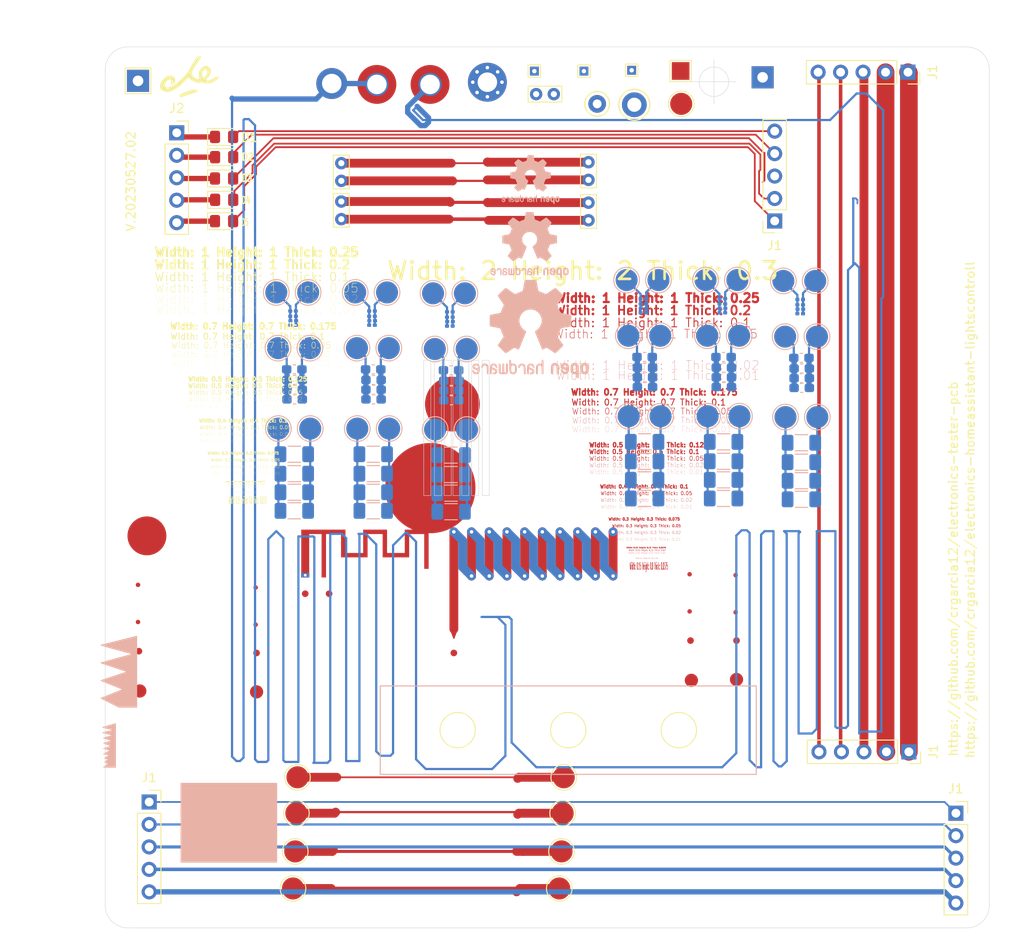
<source format=kicad_pcb>
(kicad_pcb (version 20221018) (generator pcbnew)
  (title_block (title "Home Assistant module for lights control") (date "2023-05-27") (rev "V.20230527.02"))
  (layers (0 "F.Cu" signal) (31 "B.Cu" signal) (34 "B.Paste" user) (35 "F.Paste" user) (36 "B.SilkS" user "B.Silkscreen") (37 "F.SilkS" user "F.Silkscreen") (38 "B.Mask" user) (39 "F.Mask" user) (44 "Edge.Cuts" user))
  (net 0 "")
  (net 1 "Net-(D1-Pad1)")
  (net 2 "Net-(D1-Pad2)")
  (net 3 "Net-(D2-Pad1)")
  (net 4 "Net-(D2-Pad2)")
  (net 5 "Net-(D3-Pad1)")
  (net 6 "Net-(D3-Pad2)")
  (net 7 "Net-(D4-Pad1)")
  (net 8 "Net-(D4-Pad2)")
  (net 9 "Net-(D5-Pad1)")
  (net 10 "Net-(D5-Pad2)")
  (footprint "icons:che" (layer "F.Cu") (at 29.431 26.148)
    (fp_text reference "G1" hide)
    (fp_text value "LOGO" hide)
  )
  (footprint "Fiducial:Fiducial_0.75mm_Mask1.5mm" (layer "F.Cu") (at 42.531 84.648)
    (fp_text reference "REF**" hide)
    (fp_text value "Fiducial_0.75mm_Mask1.5mm")
  )
  (footprint "TestPoint:TestPoint_THTPad_1.0x1.0mm_Drill0.5mm" (layer "F.Cu") (at 68.431 25.548)
    (fp_text reference "REF**" hide)
    (fp_text value "TestPoint_THTPad_1.0x1.0mm_Drill0.5mm")
  )
  (footprint "TestPoint:TestPoint_Pad_2.0x2.0mm" (layer "F.Cu") (at 84.963 25.527)
    (fp_text reference "REF**" hide)
    (fp_text value "TestPoint_Pad_2.0x2.0mm")
  )
  (footprint "TestPoint:TestPoint_Pad_D2.5mm" (layer "F.Cu") (at 41.656 105.41)
    (fp_text reference "REF**" hide)
    (fp_text value "TestPoint_Pad_D2.5mm")
  )
  (footprint "MountingHole:MountingHole_2.2mm_M2_ISO7380_Pad_TopBottom" (layer "F.Cu") (at 45.531 26.948)
    (fp_text reference "REF**" hide)
    (fp_text value "MountingHole_2.2mm_M2_ISO7380_Pad_TopBottom")
  )
  (footprint "TestPoint:TestPoint_THTPad_2.5x2.5mm_Drill1.2mm" (layer "F.Cu") (at 23.631 26.648)
    (fp_text reference "REF**" hide)
    (fp_text value "TestPoint_THTPad_2.5x2.5mm_Drill1.2mm")
  )
  (footprint "Connector_PinSocket_2.54mm:PinSocket_1x05_P2.54mm_Vertical" (layer "F.Cu") (at 28.007 32.523)
    (fp_text reference "J2")
    (fp_text value "Conn_01x05_Female")
  )
  (footprint "Fiducial:Fiducial_0.75mm_Mask1.5mm" (layer "F.Cu") (at 45.231 84.648)
    (fp_text reference "REF**" hide)
    (fp_text value "Fiducial_0.75mm_Mask1.5mm")
  )
  (footprint "Fiducial:Fiducial_1.5mm_Mask4.5mm" (layer "F.Cu") (at 91.281 94.348)
    (fp_text reference "REF**" hide)
    (fp_text value "Fiducial_1.5mm_Mask4.5mm")
  )
  (footprint "Fiducial:Fiducial_0.5mm_Mask1mm" (layer "F.Cu") (at 85.981 82.448)
    (fp_text reference "REF**" hide)
    (fp_text value "Fiducial_0.5mm_Mask1mm")
  )
  (footprint "TestPoint:TestPoint_Pad_D2.5mm" (layer "F.Cu") (at 71.247 117.983)
    (fp_text reference "REF**" hide)
    (fp_text value "TestPoint_Pad_D2.5mm")
  )
  (footprint "LED_SMD:LED_0805_2012Metric_Pad1.15x1.40mm_HandSolder" (layer "F.Cu") (at 33.365 40.1)
    (fp_text reference "D4")
    (fp_text value "LED")
  )
  (footprint "LED_SMD:LED_0805_2012Metric_Pad1.15x1.40mm_HandSolder" (layer "F.Cu") (at 33.365 35.274)
    (fp_text reference "D2")
    (fp_text value "LED")
  )
  (footprint "Fiducial:Fiducial_0.75mm_Mask1.5mm" (layer "F.Cu") (at 59.331 91.348)
    (fp_text reference "REF**" hide)
    (fp_text value "Fiducial_0.75mm_Mask1.5mm")
  )
  (footprint "" (layer "F.Cu") (at 94.231 26.248)
    (fp_text reference "")
    (fp_text value "")
  )
  (footprint "MountingEquipment:DINRailAdapter_3xM3_PhoenixContact_1201578" (layer "F.Cu") (at 72.263 100.076)
    (fp_text reference "REF**" hide)
    (fp_text value "DINRailAdapter_3xM3_PhoenixContact_1201578")
  )
  (footprint "TestPoint:TestPoint_THTPad_1.0x1.0mm_Drill0.5mm" (layer "F.Cu") (at 79.431 25.448)
    (fp_text reference "REF**" hide)
    (fp_text value "TestPoint_THTPad_1.0x1.0mm_Drill0.5mm" hide)
  )
  (footprint "Connector_PinSocket_2.54mm:PinSocket_1x05_P2.54mm_Vertical" (layer "F.Cu") (at 95.595 42.494 180)
    (fp_text reference "J1")
    (fp_text value "Conn_01x05_Female")
  )
  (footprint "RF_Antenna:Texas_SWRA416_868MHz_915MHz" (layer "F.Cu") (at 68.331 83.448)
    (fp_text reference "REF**" hide)
    (fp_text value "Texas_SWRA416_868MHz_915MHz")
  )
  (footprint "Fiducial:Fiducial_1.5mm_Mask4.5mm" (layer "F.Cu") (at 37.031 95.748)
    (fp_text reference "REF**" hide)
    (fp_text value "Fiducial_1.5mm_Mask4.5mm")
  )
  (footprint "TestPoint:TestPoint_Keystone_5000-5004_Miniature" (layer "F.Cu") (at 75.531 29.248)
    (fp_text reference "REF**" hide)
    (fp_text value "TestPoint_Keystone_5000-5004_Miniature")
  )
  (footprint "LED_SMD:LED_0805_2012Metric_Pad1.15x1.40mm_HandSolder" (layer "F.Cu") (at 33.356 37.687)
    (fp_text reference "D3")
    (fp_text value "LED")
  )
  (footprint "Connector_PinSocket_2.54mm:PinSocket_1x05_P2.54mm_Vertical" (layer "F.Cu") (at 116.078 109.474)
    (fp_text reference "J1")
    (fp_text value "Conn_01x05_Female")
  )
  (footprint "Fiducial:Fiducial_0.75mm_Mask1.5mm" (layer "F.Cu") (at 86.081 89.948)
    (fp_text reference "REF**" hide)
    (fp_text value "Fiducial_0.75mm_Mask1.5mm")
  )
  (footprint "TestPoint:TestPoint_Pad_D2.5mm" (layer "F.Cu") (at 41.529 109.474)
    (fp_text reference "REF**" hide)
    (fp_text value "TestPoint_Pad_D2.5mm")
  )
  (footprint "TestPoint:TestPoint_THTPad_1.0x1.0mm_Drill0.5mm" (layer "F.Cu") (at 74.031 25.548)
    (fp_text reference "REF**" hide)
    (fp_text value "TestPoint_THTPad_1.0x1.0mm_Drill0.5mm")
  )
  (footprint "RF_Antenna:Texas_SWRA117D_2.4GHz_Right" (layer "F.Cu") (at 44.631 82.548)
    (fp_text reference "REF**" hide)
    (fp_text value "Texas_SWRA117D_2.4GHz_Right")
  )
  (footprint "TestPoint:TestPoint_Pad_D2.5mm" (layer "F.Cu") (at 41.402 113.792)
    (fp_text reference "REF**" hide)
    (fp_text value "TestPoint_Pad_D2.5mm")
  )
  (footprint "TestPoint:TestPoint_Pad_D2.5mm" (layer "F.Cu") (at 71.501 113.792)
    (fp_text reference "REF**" hide)
    (fp_text value "TestPoint_Pad_D2.5mm")
  )
  (footprint "TestPoint:TestPoint_Bridge_Pitch2.0mm_Drill0.7mm" (layer "F.Cu") (at 46.609 37.957 90)
    (fp_text reference "REF**" hide)
    (fp_text value "TestPoint_Bridge_Pitch2.0mm_Drill0.7mm")
  )
  (footprint "Fiducial:Fiducial_0.5mm_Mask1mm" (layer "F.Cu") (at 23.631 83.648)
    (fp_text reference "REF**" hide)
    (fp_text value "Fiducial_0.5mm_Mask1mm")
  )
  (footprint "TestPoint:TestPoint_Pad_D2.5mm" (layer "F.Cu") (at 85.031 29.248)
    (fp_text reference "REF**" hide)
    (fp_text value "TestPoint_Pad_D2.5mm")
  )
  (footprint "" (layer "F.Cu") (at 24.638 78.105)
    (fp_text reference "")
    (fp_text value "")
  )
  (footprint "Fiducial:Fiducial_0.5mm_Mask1.5mm" (layer "F.Cu") (at 36.931 88.148)
    (fp_text reference "REF**" hide)
    (fp_text value "Fiducial_0.5mm_Mask1.5mm")
  )
  (footprint "LED_SMD:LED_0805_2012Metric_Pad1.15x1.40mm_HandSolder" (layer "F.Cu") (at 33.356 32.988)
    (fp_text reference "D1")
    (fp_text value "LED")
  )
  (footprint "LED_SMD:LED_0805_2012Metric_Pad1.15x1.40mm_HandSolder" (layer "F.Cu") (at 33.356 42.513)
    (fp_text reference "D5")
    (fp_text value "LED")
  )
  (footprint "Fiducial:Fiducial_0.5mm_Mask1.5mm" (layer "F.Cu") (at 36.931 83.948)
    (fp_text reference "REF**" hide)
    (fp_text value "Fiducial_0.5mm_Mask1.5mm")
  )
  (footprint "Connector_PinSocket_2.54mm:PinSocket_1x05_P2.54mm_Vertical" (layer "F.Cu") (at 24.892 108.204)
    (fp_text reference "J1")
    (fp_text value "Conn_01x05_Female")
  )
  (footprint "Fiducial:Fiducial_0.75mm_Mask2.25mm" (layer "F.Cu") (at 37.031 91.348)
    (fp_text reference "REF**" hide)
    (fp_text value "Fiducial_0.75mm_Mask2.25mm")
  )
  (footprint "TestPoint:TestPoint_Bridge_Pitch2.0mm_Drill0.7mm" (layer "F.Cu") (at 68.631 28.148)
    (fp_text reference "REF**" hide)
    (fp_text value "TestPoint_Bridge_Pitch2.0mm_Drill0.7mm")
  )
  (footprint "Fiducial:Fiducial_0.5mm_Mask1.5mm" (layer "F.Cu") (at 91.181 82.548)
    (fp_text reference "REF**" hide)
    (fp_text value "Fiducial_0.5mm_Mask1.5mm")
  )
  (footprint "MountingHole:MountingHole_2.2mm_M2_Pad_TopOnly" (layer "F.Cu") (at 56.642 27.051)
    (fp_text reference "REF**" hide)
    (fp_text value "MountingHole_2.2mm_M2_Pad_TopOnly")
  )
  (footprint "Fiducial:Fiducial_1.5mm_Mask3mm" (layer "F.Cu") (at 86.181 94.448)
    (fp_text reference "REF**" hide)
    (fp_text value "Fiducial_1.5mm_Mask3mm")
  )
  (footprint "TestPoint:TestPoint_Bridge_Pitch2.0mm_Drill0.7mm" (layer "F.Cu") (at 74.549 37.846 90)
    (fp_text reference "REF**" hide)
    (fp_text value "TestPoint_Bridge_Pitch2.0mm_Drill0.7mm")
  )
  (footprint "Connector_PinSocket_2.54mm:PinSocket_1x05_P2.54mm_Vertical" (layer "F.Cu") (at 110.765 102.529 -90)
    (fp_text reference "J1")
    (fp_text value "Conn_01x05_Female")
  )
  (footprint "TestPoint:TestPoint_Pad_D2.5mm" (layer "F.Cu") (at 71.628 109.474)
    (fp_text reference "REF**" hide)
    (fp_text value "TestPoint_Pad_D2.5mm")
  )
  (footprint "MountingHole:MountingHole_2.2mm_M2_Pad_TopOnly" (layer "F.Cu") (at 50.631 27.048)
    (fp_text reference "REF**" hide)
    (fp_text value "MountingHole_2.2mm_M2_Pad_TopOnly")
  )
  (footprint "TestPoint:TestPoint_Bridge_Pitch2.0mm_Drill0.7mm" (layer "F.Cu") (at 46.609 42.291 90)
    (fp_text reference "REF**" hide)
    (fp_text value "TestPoint_Bridge_Pitch2.0mm_Drill0.7mm")
  )
  (footprint "Fiducial:Fiducial_0.5mm_Mask1.5mm" (layer "F.Cu") (at 91.181 86.748)
    (fp_text reference "REF**" hide)
    (fp_text value "Fiducial_0.5mm_Mask1.5mm")
  )
  (footprint "TestPoint:TestPoint_Pad_D2.5mm" (layer "F.Cu") (at 41.148 117.983)
    (fp_text reference "REF**" hide)
    (fp_text value "TestPoint_Pad_D2.5mm")
  )
  (footprint "TestPoint:TestPoint_Keystone_5010-5014_Multipurpose" (layer "F.Cu") (at 79.731 29.348)
    (fp_text reference "REF**" hide)
    (fp_text value "TestPoint_Keystone_5010-5014_Multipurpose")
  )
  (footprint "Connector_PinSocket_2.54mm:PinSocket_1x05_P2.54mm_Vertical" (layer "F.Cu") (at 110.668 25.669 -90)
    (fp_text reference "J1")
    (fp_text value "Conn_01x05_Female")
  )
  (footprint "Fiducial:Fiducial_1.5mm_Mask3mm" (layer "F.Cu") (at 23.831 95.648)
    (fp_text reference "REF**" hide)
    (fp_text value "Fiducial_1.5mm_Mask3mm")
  )
  (footprint "TestPoint:TestPoint_Bridge_Pitch2.0mm_Drill0.7mm" (layer "F.Cu") (at 74.549 42.418 90)
    (fp_text reference "REF**" hide)
    (fp_text value "TestPoint_Bridge_Pitch2.0mm_Drill0.7mm")
  )
  (footprint "MountingHole:MountingHole_2.2mm_M2_Pad_Via" (layer "F.Cu") (at 63.119 26.797)
    (fp_text reference "REF**" hide)
    (fp_text value "MountingHole_2.2mm_M2_Pad_Via")
  )
  (footprint "MountingHole:MountingHole_2.1mm" (layer "F.Cu") (at 40.631 26.748)
    (fp_text reference "REF**" hide)
    (fp_text value "MountingHole_2.1mm")
  )
  (footprint "TestPoint:TestPoint_Pad_D2.5mm" (layer "F.Cu") (at 71.755 105.41)
    (fp_text reference "REF**" hide)
    (fp_text value "TestPoint_Pad_D2.5mm")
  )
  (footprint "Fiducial:Fiducial_0.5mm_Mask1mm" (layer "F.Cu") (at 23.631 87.848)
    (fp_text reference "REF**" hide)
    (fp_text value "Fiducial_0.5mm_Mask1mm")
  )
  (footprint "Fiducial:Fiducial_0.75mm_Mask2.25mm" (layer "F.Cu") (at 91.281 89.948)
    (fp_text reference "REF**" hide)
    (fp_text value "Fiducial_0.75mm_Mask2.25mm")
  )
  (footprint "Fiducial:Fiducial_0.5mm_Mask1mm" (layer "F.Cu") (at 85.981 86.648)
    (fp_text reference "REF**" hide)
    (fp_text value "Fiducial_0.5mm_Mask1mm")
  )
  (footprint "Fiducial:Fiducial_0.75mm_Mask1.5mm" (layer "F.Cu") (at 23.731 91.148)
    (fp_text reference "REF**" hide)
    (fp_text value "Fiducial_0.75mm_Mask1.5mm")
  )
  (footprint "Capacitor_SMD:C_0201_0603Metric" (layer "B.Cu") (at 80.759 51.273 180)
    (fp_text reference "REF**" hide)
    (fp_text value "C_0201_0603Metric")
  )
  (footprint "TestPoint:TestPoint_Pad_D2.5mm" (layer "B.Cu") (at 60.779 56.973 180)
    (fp_text reference "REF**" hide)
    (fp_text value "TestPoint_Pad_D2.5mm")
  )
  (footprint "Symbol:OSHW-Logo2_7.3x6mm_SilkScreen" (layer "B.Cu") (at 68 37.8 180)
    (fp_text reference "REF**" hide)
    (fp_text value "OSHW-Logo2_7.3x6mm_SilkScreen" hide)
  )
  (footprint "Capacitor_SMD:C_0201_0603Metric" (layer "B.Cu") (at 80.759 52.873 180)
    (fp_text reference "REF**" hide)
    (fp_text value "C_0201_0603Metric")
  )
  (footprint "Capacitor_SMD:C_0201_0603Metric" (layer "B.Cu") (at 50.099 53.773 180)
    (fp_text reference "REF**" hide)
    (fp_text value "C_0201_0603Metric")
  )
  (footprint "TestPoint:TestPoint_Pad_D2.5mm" (layer "B.Cu") (at 51.779 50.573 180)
    (fp_text reference "REF**" hide)
    (fp_text value "TestPoint_Pad_D2.5mm")
  )
  (footprint "Capacitor_SMD:C_0603_1608Metric_Pad1.08x0.95mm_HandSolder" (layer "B.Cu") (at 41.334 60.473 180)
    (fp_text reference "REF**" hide)
    (fp_text value "C_0603_1608Metric_Pad1.08x0.95mm_HandSolder")
  )
  (footprint "TestPoint:TestPoint_Pad_D2.5mm" (layer "B.Cu") (at 57.2165 66.073 180)
    (fp_text reference "REF**" hide)
    (fp_text value "TestPoint_Pad_D2.5mm")
  )
  (footprint "Capacitor_SMD:C_1206_3216Metric_Pad1.33x1.80mm_HandSolder" (layer "B.Cu") (at 89.8165 73.873 180)
    (fp_text reference "REF**" hide)
    (fp_text value "C_1206_3216Metric_Pad1.33x1.80mm_HandSolder")
  )
  (footprint "TestPoint:TestPoint_Pad_D2.5mm" (layer "B.Cu") (at 100.4165 64.673 180)
    (fp_text reference "REF**" hide)
    (fp_text value "TestPoint_Pad_D2.5mm")
  )
  (footprint "Capacitor_SMD:C_1206_3216Metric_Pad1.33x1.80mm_HandSolder" (layer "B.Cu") (at 80.8965 69.673 180)
    (fp_text reference "REF**" hide)
    (fp_text value "C_1206_3216Metric_Pad1.33x1.80mm_HandSolder")
  )
  (footprint "Capacitor_SMD:C_0603_1608Metric_Pad1.08x0.95mm_HandSolder" (layer "B.Cu") (at 80.934 59.073 180)
    (fp_text reference "REF**" hide)
    (fp_text value "C_0603_1608Metric_Pad1.08x0.95mm_HandSolder")
  )
  (footprint "TestPoint:TestPoint_Pad_D2.5mm" (layer "B.Cu") (at 91.379 49.173 180)
    (fp_text reference "REF**" hide)
    (fp_text value "TestPoint_Pad_D2.5mm")
  )
  (footprint "TestPoint:TestPoint_Pad_D2.5mm" (layer "B.Cu") (at 87.779 49.173 180)
    (fp_text reference "REF**" hide)
    (fp_text value "TestPoint_Pad_D2.5mm")
  )
  (footprint "TestPoint:TestPoint_Pad_D2.5mm" (layer "B.Cu") (at 82.6965 64.573 180)
    (fp_text reference "REF**" hide)
    (fp_text value "TestPoint_Pad_D2.5mm")
  )
  (footprint "TestPoint:TestPoint_Pad_D2.5mm" (layer "B.Cu") (at 60.579 50.673 180)
    (fp_text reference "REF**" hide)
    (fp_text value "TestPoint_Pad_D2.5mm")
  )
  (footprint "TestPoint:TestPoint_Pad_D2.5mm" (layer "B.Cu") (at 87.979 55.473 180)
    (fp_text reference "REF**" hide)
    (fp_text value "TestPoint_Pad_D2.5mm")
  )
  (footprint "Capacitor_SMD:C_0603_1608Metric_Pad1.08x0.95mm_HandSolder" (layer "B.Cu") (at 98.6165 57.973 180)
    (fp_text reference "REF**" hide)
    (fp_text value "C_0603_1608Metric_Pad1.08x0.95mm_HandSolder")
  )
  (footprint "TestPoint:TestPoint_Pad_D2.5mm" (layer "B.Cu") (at 96.579 49.273 180)
    (fp_text reference "REF**" hide)
    (fp_text value "TestPoint_Pad_D2.5mm")
  )
  (footprint "Capacitor_SMD:C_0201_0603Metric" (layer "B.Cu") (at 98.499 52.473 180)
    (fp_text reference "REF**" hide)
    (fp_text value "C_0201_0603Metric")
  )
  (footprint "Capacitor_SMD:C_0201_0603Metric" (layer "B.Cu") (at 41.159 54.273 180)
    (fp_text reference "REF**" hide)
    (fp_text value "C_0201_0603Metric")
  )
  (footprint "Capacitor_SMD:C_0201_0603Metric" (layer "B.Cu") (at 80.779 52.373 180)
    (fp_text reference "REF**" hide)
    (fp_text value "C_0201_0603Metric")
  )
  (footprint "Capacitor_SMD:C_1206_3216Metric_Pad1.33x1.80mm_HandSolder" (layer "B.Cu") (at 98.6165 73.973 180)
    (fp_text reference "REF**" hide)
    (fp_text value "C_1206_3216Metric_Pad1.33x1.80mm_HandSolder")
  )
  (footprint "Capacitor_SMD:C_0603_1608Metric_Pad1.08x0.95mm_HandSolder" (layer "B.Cu") (at 50.2165 59.273 180)
    (fp_text reference "REF**" hide)
    (fp_text value "C_0603_1608Metric_Pad1.08x0.95mm_HandSolder")
  )
  (footprint "Capacitor_SMD:C_1206_3216Metric_Pad1.33x1.80mm_HandSolder" (layer "B.Cu") (at 41.2965 75.273 180)
    (fp_text reference "REF**" hide)
    (fp_text value "C_1206_3216Metric_Pad1.33x1.80mm_HandSolder")
  )
  (footprint "Capacitor_SMD:C_0603_1608Metric_Pad1.08x0.95mm_HandSolder" (layer "B.Cu") (at 50.254 60.473 180)
    (fp_text reference "REF**" hide)
    (fp_text value "C_0603_1608Metric_Pad1.08x0.95mm_HandSolder")
  )
  (footprint "TestPoint:TestPoint_Pad_D2.5mm" (layer "B.Cu") (at 39.459 56.873 180)
    (fp_text reference "REF**" hide)
    (fp_text value "TestPoint_Pad_D2.5mm")
  )
  (footprint "Capacitor_SMD:C_1206_3216Metric_Pad1.33x1.80mm_HandSolder" (layer "B.Cu") (at 80.8965 73.873 180)
    (fp_text reference "REF**" hide)
    (fp_text value "C_1206_3216Metric_Pad1.33x1.80mm_HandSolder")
  )
  (footprint "Capacitor_SMD:C_0201_0603Metric" (layer "B.Cu") (at 58.899 53.873 180)
    (fp_text reference "REF**" hide)
    (fp_text value "C_0201_0603Metric")
  )
  (footprint "Capacitor_SMD:C_1206_3216Metric_Pad1.33x1.80mm_HandSolder" (layer "B.Cu") (at 59.0165 75.373 180)
    (fp_text reference "REF**" hide)
    (fp_text value "C_1206_3216Metric_Pad1.33x1.80mm_HandSolder")
  )
  (footprint "Capacitor_SMD:C_1206_3216Metric_Pad1.33x1.80mm_HandSolder" (layer "B.Cu") (at 59.0165 71.173 180)
    (fp_text reference "REF**" hide)
    (fp_text value "C_1206_3216Metric_Pad1.33x1.80mm_HandSolder")
  )
  (footprint "Capacitor_SMD:C_0201_0603Metric" (layer "B.Cu") (at 41.159 52.673 180)
    (fp_text reference "REF**" hide)
    (fp_text value "C_0201_0603Metric")
  )
  (footprint "Capacitor_SMD:C_1206_3216Metric_Pad1.33x1.80mm_HandSolder" (layer "B.Cu") (at 59.0165 73.273 180)
    (fp_text reference "REF**" hide)
    (fp_text value "C_1206_3216Metric_Pad1.33x1.80mm_HandSolder")
  )
  (footprint "Capacitor_SMD:C_0201_0603Metric" (layer "B.Cu") (at 50.079 52.673 180)
    (fp_text reference "REF**" hide)
    (fp_text value "C_0201_0603Metric")
  )
  (footprint "Capacitor_SMD:C_0603_1608Metric_Pad1.08x0.95mm_HandSolder" (layer "B.Cu") (at 41.334 62.673 180)
    (fp_text reference "REF**" hide)
    (fp_text value "C_0603_1608Metric_Pad1.08x0.95mm_HandSolder")
  )
  (footprint "Capacitor_SMD:C_1206_3216Metric_Pad1.33x1.80mm_HandSolder" (layer "B.Cu") (at 89.8165 67.473 180)
    (fp_text reference "REF**" hide)
    (fp_text value "C_1206_3216Metric_Pad1.33x1.80mm_HandSolder")
  )
  (footprint "TestPoint:TestPoint_Pad_D2.5mm" (layer "B.Cu") (at 79.059 55.473 180)
    (fp_text reference "REF**" hide)
    (fp_text value "TestPoint_Pad_D2.5mm")
  )
  (footprint "Capacitor_SMD:C_0603_1608Metric_Pad1.08x0.95mm_HandSolder" (layer "B.Cu") (at 98.654 60.273 180)
    (fp_text reference "REF**" hide)
    (fp_text value "C_0603_1608Metric_Pad1.08x0.95mm_HandSolder")
  )
  (footprint "TestPoint:TestPoint_Pad_D2.5mm" (layer "B.Cu") (at 88.0165 64.573 180)
    (fp_text reference "REF**" hide)
    (fp_text value "TestPoint_Pad_D2.5mm")
  )
  (footprint "TestPoint:TestPoint_Pad_D2.5mm" (layer "B.Cu") (at 78.859 49.173 180)
    (fp_text reference "REF**" hide)
    (fp_text value "TestPoint_Pad_D2.5mm")
  )
  (footprint "Capacitor_SMD:C_1206_3216Metric_Pad1.33x1.80mm_HandSolder" (layer "B.Cu") (at 50.2165 75.273 180)
    (fp_text reference "REF**" hide)
    (fp_text value "C_1206_3216Metric_Pad1.33x1.80mm_HandSolder")
  )
  (footprint "Capacitor_SMD:C_1206_3216Metric_Pad1.33x1.80mm_HandSolder" (layer "B.Cu") (at 50.2165 73.173 180)
    (fp_text reference "REF**" hide)
    (fp_text value "C_1206_3216Metric_Pad1.33x1.80mm_HandSolder")
  )
  (footprint "Capacitor_SMD:C_0201_0603Metric" (layer "B.Cu") (at 58.879 53.373 180)
    (fp_text reference "REF**" hide)
    (fp_text value "C_0201_0603Metric")
  )
  (footprint "TestPoint:TestPoint_Pad_D2.5mm" (layer "B.Cu") (at 91.6165 64.573 180)
    (fp_text reference "REF**" hide)
    (fp_text value "TestPoint_Pad_D2.5mm")
  )
  (footprint "TestPoint:TestPoint_Pad_D2.5mm" (layer "B.Cu") (at 60.8165 66.073 180)
    (fp_text reference "REF**" hide)
    (fp_text value "TestPoint_Pad_D2.5mm")
  )
  (footprint "Capacitor_SMD:C_0603_1608Metric_Pad1.08x0.95mm_HandSolder" (layer "B.Cu") (at 89.8165 57.873 180)
    (fp_text reference "REF**" hide)
    (fp_text value "C_0603_1608Metric_Pad1.08x0.95mm_HandSolder")
  )
  (footprint "TestPoint:TestPoint_Pad_D2.5mm" (layer "B.Cu") (at 43.059 56.873 180)
    (fp_text reference "REF**" hide)
    (fp_text value "TestPoint_Pad_D2.5mm")
  )
  (footprint "TestPoint:TestPoint_Pad_D2.5mm" (layer "B.Cu") (at 100.379 55.573 180)
    (fp_text reference "REF**" hide)
    (fp_text value "TestPoint_Pad_D2.5mm")
  )
  (footprint "TestPoint:TestPoint_Pad_D2.5mm" (layer "B.Cu") (at 79.0965 64.573 180)
    (fp_text reference "REF**" hide)
    (fp_text value "TestPoint_Pad_D2.5mm")
  )
  (footprint "Capacitor_SMD:C_0201_0603Metric" (layer "B.Cu") (at 89.679 51.873 180)
    (fp_text reference "REF**" hide)
    (fp_text value "C_0201_0603Metric")
  )
  (footprint "Capacitor_SMD:C_1206_3216Metric_Pad1.33x1.80mm_HandSolder" (layer "B.Cu") (at 41.2965 73.173 180)
    (fp_text reference "REF**" hide)
    (fp_text value "C_1206_3216Metric_Pad1.33x1.80mm_HandSolder")
  )
  (footprint "TestPoint:TestPoint_Pad_D2.5mm" (layer "B.Cu") (at 91.579 55.473 180)
    (fp_text reference "REF**" hide)
    (fp_text value "TestPoint_Pad_D2.5mm")
  )
  (footprint "Capacitor_SMD:C_0201_0603Metric" (layer "B.Cu") (at 98.479 52.973 180)
    (fp_text reference "REF**" hide)
    (fp_text value "C_0201_0603Metric")
  )
  (footprint "Capacitor_SMD:C_1206_3216Metric_Pad1.33x1.80mm_HandSolder" (layer "B.Cu") (at 80.8965 67.473 180)
    (fp_text reference "REF**" hide)
    (fp_text value "C_1206_3216Metric_Pad1.33x1.80mm_HandSolder")
  )
  (footprint "Capacitor_SMD:C_1206_3216Metric_Pad1.33x1.80mm_HandSolder" (layer "B.Cu") (at 41.2965 68.873 180)
    (fp_text reference "REF**" hide)
    (fp_text value "C_1206_3216Metric_Pad1.33x1.80mm_HandSolder")
  )
  (footprint "Capacitor_SMD:C_1206_3216Metric_Pad1.33x1.80mm_HandSolder" (layer "B.Cu") (at 89.8165 69.673 180)
    (fp_text reference "REF**" hide)
    (fp_text value "C_1206_3216Metric_Pad1.33x1.80mm_HandSolder")
  )
  (footprint "Symbol:OSHW-Logo2_9.8x8mm_SilkScreen" (layer "B.Cu") (at 67.9 45.2 180)
    (fp_text reference "REF**" hide)
    (fp_text value "OSHW-Logo2_9.8x8mm_SilkScreen" hide)
  )
  (footprint "Capacitor_SMD:C_0201_0603Metric" (layer "B.Cu") (at 89.699 52.373 180)
    (fp_text reference "REF**" hide)
    (fp_text value "C_0201_0603Metric")
  )
  (footprint "Capacitor_SMD:C_1206_3216Metric_Pad1.33x1.80mm_HandSolder" (layer "B.Cu") (at 89.8165 71.773 180)
    (fp_text reference "REF**" hide)
    (fp_text value "C_1206_3216Metric_Pad1.33x1.80mm_HandSolder")
  )
  (footprint "TestPoint:TestPoint_Pad_D2.5mm" (layer "B.Cu") (at 48.4165 65.973 180)
    (fp_text reference "REF**" hide)
    (fp_text value "TestPoint_Pad_D2.5mm")
  )
  (footprint "TestPoint:TestPoint_Pad_D2.5mm" (layer "B.Cu") (at 48.379 56.873 180)
    (fp_text reference "REF**" hide)
    (fp_text value "TestPoint_Pad_D2.5mm")
  )
  (footprint "Capacitor_SMD:C_0201_0603Metric" (layer "B.Cu") (at 80.759 51.873 180)
    (fp_text reference "REF**" hide)
    (fp_text value "C_0201_0603Metric")
  )
  (footprint "TestPoint:TestPoint_Pad_D2.5mm" (layer "B.Cu") (at 82.459 49.173 180)
    (fp_text reference "REF**" hide)
    (fp_text value "TestPoint_Pad_D2.5mm")
  )
  (footprint "Capacitor_SMD:C_0603_1608Metric_Pad1.08x0.95mm_HandSolder" (layer "B.Cu") (at 41.334 61.573 180)
    (fp_text reference "REF**" hide)
    (fp_text value "C_0603_1608Metric_Pad1.08x0.95mm_HandSolder")
  )
  (footprint "TestPoint:TestPoint_Pad_D2.5mm" (layer "B.Cu") (at 48.179 50.573 180)
    (fp_text reference "REF**" hide)
    (fp_text value "TestPoint_Pad_D2.5mm")
  )
  (footprint "Capacitor_SMD:C_0201_0603Metric" (layer "B.Cu") (at 98.479 51.373 180)
    (fp_text reference "REF**" hide)
    (fp_text value "C_0201_0603Metric")
  )
  (footprint "Capacitor_SMD:C_1206_3216Metric_Pad1.33x1.80mm_HandSolder" (layer "B.Cu") (at 50.2165 68.873 180)
    (fp_text reference "REF**" hide)
    (fp_text value "C_1206_3216Metric_Pad1.33x1.80mm_HandSolder")
  )
  (footprint "Capacitor_SMD:C_0603_1608Metric_Pad1.08x0.95mm_HandSolder" (layer "B.Cu") (at 59.054 60.573 180)
    (fp_text reference "REF**" hide)
    (fp_text value "C_0603_1608Metric_Pad1.08x0.95mm_HandSolder")
  )
  (footprint "Capacitor_SMD:C_1206_3216Metric_Pad1.33x1.80mm_HandSolder" (layer "B.Cu") (at 59.0165 68.973 180)
    (fp_text reference "REF**" hide)
    (fp_text value "C_1206_3216Metric_Pad1.33x1.80mm_HandSolder")
  )
  (footprint "Capacitor_SMD:C_0201_0603Metric" (layer "B.Cu") (at 50.079 54.273 180)
    (fp_text reference "REF**" hide)
    (fp_text value "C_0201_0603Metric")
  )
  (footprint "Capacitor_SMD:C_1206_3216Metric_Pad1.33x1.80mm_HandSolder" (layer "B.Cu") (at 98.6165 67.573 180)
    (fp_text reference "REF**" hide)
    (fp_text value "C_1206_3216Metric_Pad1.33x1.80mm_HandSolder")
  )
  (footprint "TestPoint:TestPoint_Pad_D2.5mm" (layer "B.Cu") (at 96.8165 64.673 180)
    (fp_text reference "REF**" hide)
    (fp_text value "TestPoint_Pad_D2.5mm")
  )
  (footprint "Capacitor_SMD:C_1206_3216Metric_Pad1.33x1.80mm_HandSolder" (layer "B.Cu") (at 98.6165 71.873 180)
    (fp_text reference "REF**" hide)
    (fp_text value "C_1206_3216Metric_Pad1.33x1.80mm_HandSolder")
  )
  (footprint "TestPoint:TestPoint_Pad_D2.5mm" (layer "B.Cu") (at 42.859 50.573 180)
    (fp_text reference "REF**" hide)
    (fp_text value "TestPoint_Pad_D2.5mm")
  )
  (footprint "Capacitor_SMD:C_0603_1608Metric_Pad1.08x0.95mm_HandSolder" (layer "B.Cu") (at 89.854 61.273 180)
    (fp_text reference "REF**" hide)
    (fp_text value "C_0603_1608Metric_Pad1.08x0.95mm_HandSolder")
  )
  (footprint "Capacitor_SMD:C_0603_1608Metric_Pad1.08x0.95mm_HandSolder" (layer "B.Cu") (at 89.854 59.073 180)
    (fp_text reference "REF**" hide)
    (fp_text value "C_0603_1608Metric_Pad1.08x0.95mm_HandSolder")
  )
  (footprint "Capacitor_SMD:C_0201_0603Metric" (layer "B.Cu") (at 89.679 51.273 180)
    (fp_text reference "REF**" hide)
    (fp_text value "C_0201_0603Metric")
  )
  (footprint "Capacitor_SMD:C_0201_0603Metric" (layer "B.Cu") (at 41.179 53.773 180)
    (fp_text reference "REF**" hide)
    (fp_text value "C_0201_0603Metric")
  )
  (footprint "Symbol:OSHW-Logo2_14.6x12mm_SilkScreen" (layer "B.Cu") (at 68 54.7 180)
    (fp_text reference "REF**" hide)
    (fp_text value "OSHW-Logo2_14.6x12mm_SilkScreen" hide)
  )
  (footprint "Capacitor_SMD:C_0201_0603Metric" (layer "B.Cu") (at 98.479 51.973 180)
    (fp_text reference "REF**" hide)
    (fp_text value "C_0201_0603Metric")
  )
  (footprint "Capacitor_SMD:C_1206_3216Metric_Pad1.33x1.80mm_HandSolder" (layer "B.Cu") (at 50.2165 71.073 180)
    (fp_text reference "REF**" hide)
    (fp_text value "C_1206_3216Metric_Pad1.33x1.80mm_HandSolder")
  )
  (footprint "Capacitor_SMD:C_0603_1608Metric_Pad1.08x0.95mm_HandSolder" (layer "B.Cu") (at 80.934 61.273 180)
    (fp_text reference "REF**" hide)
    (fp_text value "C_0603_1608Metric_Pad1.08x0.95mm_HandSolder")
  )
  (footprint "TestPoint:TestPoint_Pad_D2.5mm" (layer "B.Cu") (at 56.979 50.673 180)
    (fp_text reference "REF**" hide)
    (fp_text value "TestPoint_Pad_D2.5mm")
  )
  (footprint "TestPoint:TestPoint_Pad_D2.5mm" (layer "B.Cu") (at 100.179 49.273 180)
    (fp_text reference "REF**" hide)
    (fp_text value "TestPoint_Pad_D2.5mm")
  )
  (footprint "Capacitor_SMD:C_0201_0603Metric" (layer "B.Cu") (at 41.159 53.273 180)
    (fp_text reference "REF**" hide)
    (fp_text value "C_0201_0603Metric")
  )
  (footprint "Capacitor_SMD:C_1206_3216Metric_Pad1.33x1.80mm_HandSolder" (layer "B.Cu") (at 80.8965 71.773 180)
    (fp_text reference "REF**" hide)
    (fp_text value "C_1206_3216Metric_Pad1.33x1.80mm_HandSolder")
  )
  (footprint "TestPoint:TestPoint_Pad_D2.5mm" (layer "B.Cu") (at 39.4965 65.973 180)
    (fp_text reference "REF**" hide)
    (fp_text value "TestPoint_Pad_D2.5mm")
  )
  (footprint "Capacitor_SMD:C_0603_1608Metric_Pad1.08x0.95mm_HandSolder" (layer "B.Cu") (at 50.254 62.673 180)
    (fp_text reference "REF**" hide)
    (fp_text value "C_0603_1608Metric_Pad1.08x0.95mm_HandSolder")
  )
  (footprint "Capacitor_SMD:C_0201_0603Metric" (layer "B.Cu") (at 58.879 54.373 180)
    (fp_text reference "REF**" hide)
    (fp_text value "C_0201_0603Metric")
  )
  (footprint "Capacitor_SMD:C_1206_3216Metric_Pad1.33x1.80mm_HandSolder" (layer "B.Cu") (at 41.2965 71.073 180)
    (fp_text reference "REF**" hide)
    (fp_text value "C_1206_3216Metric_Pad1.33x1.80mm_HandSolder")
  )
  (footprint "Capacitor_SMD:C_0603_1608Metric_Pad1.08x0.95mm_HandSolder" (layer "B.Cu") (at 41.2965 59.273 180)
    (fp_text reference "REF**" hide)
    (fp_text value "C_0603_1608Metric_Pad1.08x0.95mm_HandSolder")
  )
  (footprint "TestPoint:TestPoint_Pad_D2.5mm" (layer "B.Cu") (at 82.659 55.473 180)
    (fp_text reference "REF**" hide)
    (fp_text value "TestPoint_Pad_D2.5mm")
  )
  (footprint "Capacitor_SMD:C_0603_1608Metric_Pad1.08x0.95mm_HandSolder" (layer "B.Cu") (at 59.0165 59.373 180)
    (fp_text reference "REF**" hide)
    (fp_text value "C_0603_1608Metric_Pad1.08x0.95mm_HandSolder")
  )
  (footprint "TestPoint:TestPoint_Pad_D2.5mm" (layer "B.Cu") (at 43.0965 65.973 180)
    (fp_text reference "REF**" hide)
    (fp_text value "TestPoint_Pad_D2.5mm")
  )
  (footprint "Capacitor_SMD:C_0603_1608Metric_Pad1.08x0.95mm_HandSolder" (layer "B.Cu") (at 98.654 59.173 180)
    (fp_text reference "REF**" hide)
    (fp_text value "C_0603_1608Metric_Pad1.08x0.95mm_HandSolder")
  )
  (footprint "Capacitor_SMD:C_0603_1608Metric_Pad1.08x0.95mm_HandSolder" (layer "B.Cu") (at 89.854 60.173 180)
    (fp_text reference "REF**" hide)
    (fp_text value "C_0603_1608Metric_Pad1.08x0.95mm_HandSolder")
  )
  (footprint "Capacitor_SMD:C_0201_0603Metric" (layer "B.Cu") (at 89.679 52.873 180)
    (fp_text reference "REF**" hide)
    (fp_text value "C_0201_0603Metric")
  )
  (footprint "Capacitor_SMD:C_0603_1608Metric_Pad1.08x0.95mm_HandSolder" (layer "B.Cu") (at 80.934 60.173 180)
    (fp_text reference "REF**" hide)
    (fp_text value "C_0603_1608Metric_Pad1.08x0.95mm_HandSolder")
  )
  (footprint "Capacitor_SMD:C_0603_1608Metric_Pad1.08x0.95mm_HandSolder" (layer "B.Cu") (at 59.054 62.773 180)
    (fp_text reference "REF**" hide)
    (fp_text value "C_0603_1608Metric_Pad1.08x0.95mm_HandSolder")
  )
  (footprint "Capacitor_SMD:C_0603_1608Metric_Pad1.08x0.95mm_HandSolder" (layer "B.Cu") (at 59.054 61.673 180)
    (fp_text reference "REF**" hide)
    (fp_text value "C_0603_1608Metric_Pad1.08x0.95mm_HandSolder")
  )
  (footprint "Capacitor_SMD:C_0201_0603Metric" (layer "B.Cu") (at 58.879 52.773 180)
    (fp_text reference "REF**" hide)
    (fp_text value "C_0201_0603Metric")
  )
  (footprint "TestPoint:TestPoint_Pad_D2.5mm" (layer "B.Cu") (at 52.0165 65.973 180)
    (fp_text reference "REF**" hide)
    (fp_text value "TestPoint_Pad_D2.5mm")
  )
  (footprint "Capacitor_SMD:C_0603_1608Metric_Pad1.08x0.95mm_HandSolder" (layer "B.Cu") (at 50.254 61.573 180)
    (fp_text reference "REF**" hide)
    (fp_text value "C_0603_1608Metric_Pad1.08x0.95mm_HandSolder")
  )
  (footprint "TestPoint:TestPoint_Pad_D2.5mm" (layer "B.Cu") (at 39.259 50.573 180)
    (fp_text reference "REF**" hide)
    (fp_text value "TestPoint_Pad_D2.5mm")
  )
  (footprint "Capacitor_SMD:C_0603_1608Metric_Pad1.08x0.95mm_HandSolder" (layer "B.Cu") (at 98.654 61.373 180)
    (fp_text reference "REF**" hide)
    (fp_text value "C_0603_1608Metric_Pad1.08x0.95mm_HandSolder")
  )
  (footprint "TestPoint:TestPoint_Pad_D2.5mm" (layer "B.Cu") (at 96.779 55.573 180)
    (fp_text reference "REF**" hide)
    (fp_text value "TestPoint_Pad_D2.5mm")
  )
  (footprint "Capacitor_SMD:C_1206_3216Metric_Pad1.33x1.80mm_HandSolder" (layer "B.Cu") (at 98.6165 69.773 180)
    (fp_text reference "REF**" hide)
    (fp_text value "C_1206_3216Metric_Pad1.33x1.80mm_HandSolder")
  )
  (footprint "TestPoint:TestPoint_Pad_D2.5mm" (layer "B.Cu") (at 51.979 56.873 180)
    (fp_text reference "REF**" hide)
    (fp_text value "TestPoint_Pad_D2.5mm")
  )
  (footprint "TestPoint:TestPoint_Pad_D2.5mm" (layer "B.Cu") (at 57.179 56.973 180)
    (fp_text reference "REF**" hide)
    (fp_text value "TestPoint_Pad_D2.5mm")
  )
  (footprint "Capacitor_SMD:C_0201_0603Metric" (layer "B.Cu") (at 50.079 53.273 180)
    (fp_text reference "REF**" hide)
    (fp_text value "C_0201_0603Metric")
  )
  (footprint "Capacitor_SMD:C_0603_1608Metric_Pad1.08x0.95mm_HandSolder" (layer "B.Cu") (at 80.8965 57.873 180)
    (fp_text reference "REF**" hide)
    (fp_text value "C_0603_1608Metric_Pad1.08x0.95mm_HandSolder")
  )
  (gr_circle (center 56.672 72.703) (end 61.672 72.703) (stroke (width 0.2)) (fill solid) (layer "F.Cu"))
  (gr_circle (center 59.172 63.203) (end 62.172 63.203) (stroke (width 0.2)) (fill solid) (layer "F.Cu"))
  (gr_poly (pts (xy 21.074 104.262) (xy 19.774 104.262) (xy 20.274 103.862) (xy 19.874 103.662) (xy 20.374 103.362) (xy 19.874 103.262) (xy 20.474 102.862) (xy 19.774 102.762) (xy 20.574 102.362) (xy 19.774 102.162) (xy 20.674 101.862) (xy 19.774 101.562) (xy 20.774 101.262) (xy 19.774 100.962) (xy 20.874 100.662) (xy 19.674 100.362) (xy 20.974 100.062) (xy 19.674 99.762) (xy 21.074 99.362)) (stroke (width 0.12)) (fill solid) (layer "B.SilkS"))
  (gr_poly (pts (xy 23.471 97.472) (xy 21.471 97.472) (xy 19.471 96.472) (xy 21.971 95.472) (xy 19.471 94.472) (xy 22.471 93.472) (xy 19.471 92.472) (xy 23.071 91.472) (xy 19.471 90.472) (xy 23.471 89.472)) (stroke (width 0.12)) (fill solid) (layer "B.SilkS"))
  (gr_rect (start 28.5 106.1) (end 39.3 115) (stroke (width 0.12)) (fill solid) (layer "B.SilkS"))
  (gr_arc (start 119.852 119.903) (mid 119.108051 121.699051) (end 117.312 122.443) (stroke (width 0.05)) (layer "Edge.Cuts"))
  (gr_line (start 119.852 119.903) (end 119.852 25.348) (stroke (width 0.05)) (layer "Edge.Cuts"))
  (gr_line (start 117.312 122.443) (end 22.471 122.443) (stroke (width 0.05)) (layer "Edge.Cuts"))
  (gr_line (start 117.312 22.808) (end 22.471 22.808) (stroke (width 0.05)) (layer "Edge.Cuts"))
  (gr_line (start 19.931 119.884949) (end 19.931 25.348) (stroke (width 0.05)) (layer "Edge.Cuts"))
  (gr_arc (start 22.471 122.443) (mid 20.673861 121.687394) (end 19.931 119.884949) (stroke (width 0.05)) (layer "Edge.Cuts"))
  (gr_arc (start 117.312 22.808) (mid 119.108051 23.551949) (end 119.852 25.348) (stroke (width 0.05)) (layer "Edge.Cuts"))
  (gr_rect (start 60.231 58.248) (end 61.031 73.548) (stroke (width 0.05)) (fill none) (layer "Edge.Cuts"))
  (gr_rect (start 57.131 58.248) (end 57.931 73.548) (stroke (width 0.05)) (fill none) (layer "Edge.Cuts"))
  (gr_rect (start 61.331 58.248) (end 62.131 73.548) (stroke (width 0.05)) (fill none) (layer "Edge.Cuts"))
  (gr_rect (start 62.531 58.248) (end 63.331 73.548) (stroke (width 0.05)) (fill none) (layer "Edge.Cuts"))
  (gr_arc (start 19.931 25.348) (mid 20.674949 23.551949) (end 22.471 22.808) (stroke (width 0.05)) (layer "Edge.Cuts"))
  (gr_rect (start 55.931 58.248) (end 56.731 73.548) (stroke (width 0.05)) (fill none) (layer "Edge.Cuts"))
  (gr_rect (start 59.231 58.248) (end 60.031 73.548) (stroke (width 0.05)) (fill none) (layer "Edge.Cuts"))
  (gr_rect (start 58.231 58.248) (end 59.031 73.548) (stroke (width 0.05)) (fill none) (layer "Edge.Cuts"))
  (gr_text "Width: 0.5 Height: 0.5 Thick: 0.1" (at 80.848 68.59) (layer "F.Cu") (effects (font (size 0.5 0.5) (thickness 0.1))))
  (gr_text "Width: 0.5 Height: 0.5 Thick: 0.02" (at 81.102 70.114) (layer "F.Cu") (effects (font (size 0.5 0.5) (thickness 0.02))))
  (gr_text "Width: 0.4 Height: 0.4 Thick: 0.1" (at 80.848 72.527) (layer "F.Cu") (effects (font (size 0.4 0.4) (thickness 0.1))))
  (gr_text "Width: 1 Height: 1 Thick: 0.01" (at 82.372 59.954) (layer "F.Cu") (effects (font (size 1 1) (thickness 0.02))))
  (gr_text "Width: 0.15 Height: 0.15 Thick: 0.01" (at 81.168 80.033) (layer "F.Cu") (effects (font (size 0.15 0.15) (thickness 0.01))))
  (gr_text "Width: 0.5 Height: 0.5 Thick: 0.01" (at 81.102 70.876) (layer "F.Cu") (effects (font (size 0.5 0.5) (thickness 0.01))))
  (gr_text "Width: 0.4 Height: 0.4 Thick: 0.05" (at 81.102 73.289) (layer "F.Cu") (effects (font (size 0.4 0.4) (thickness 0.05))))
  (gr_text "Width: 0.5 Height: 0.5 Thick: 0.125" (at 81.356 67.828) (layer "F.Cu") (effects (font (size 0.5 0.5) (thickness 0.125))))
  (gr_text "Width: 1 Height: 1 Thick: 0.05" (at 82.172 55.275) (layer "F.Cu") (effects (font (size 1 1) (thickness 0.05))))
  (gr_text "Width: 0.4 Height: 0.4 Thick: 0.01" (at 81.102 74.813) (layer "F.Cu") (effects (font (size 0.4 0.4) (thickness 0.01))))
  (gr_text "Width: 0.3 Height: 0.3 Thick: 0.02" (at 81.102 77.734) (layer "F.Cu") (effects (font (size 0.3 0.3) (thickness 0.02))))
  (gr_text "Width: 0.7 Height: 0.7 Thick: 0.175" (at 81.991 61.859) (layer "F.Cu") (effects (font (size 0.7 0.7) (thickness 0.175))))
  (gr_text "Width: 0.1 Height: 0.1 Thick: 0.01" (at 81.168 80.633) (layer "F.Cu") (effects (font (size 0.1 0.1) (thickness 0.01))))
  (gr_text "Width: 0.7 Height: 0.7 Thick: 0.05" (at 81.737 64.018) (layer "F.Cu") (effects (font (size 0.7 0.7) (thickness 0.05))))
  (gr_text "Width: 0.7 Height: 0.7 Thick: 0.02" (at 81.737 65.034) (layer "F.Cu") (effects (font (size 0.7 0.7) (thickness 0.02))))
  (gr_text "Width: 0.7 Height: 0.7 Thick: 0.01\n" (at 81.737 66.05) (layer "F.Cu") (effects (font (size 0.7 0.7) (thickness 0.01))))
  (gr_text "Width: 0.15 Height: 0.8 Thick: 0.0375" (at 81.368 81.533) (layer "F.Cu") (effects (font (size 0.8 0.15) (thickness 0.0375))))
  (gr_text "Width: 1 Height: 1 Thick: 0.2" (at 81.864 52.608) (layer "F.Cu") (effects (font (size 1 1) (thickness 0.2))))
  (gr_text "Width: 1 Height: 1 Thick: 0.02" (at 82.372 58.811) (layer "F.Cu") (effects (font (size 1 1) (thickness 0.02))))
  (gr_text "Width: 0.3 Height: 0.3 Thick: 0.05" (at 81.102 76.972) (layer "F.Cu") (effects (font (size 0.3 0.3) (thickness 0.05))))
  (gr_text "Width: 0.4 Height: 0.4 Thick: 0.02" (at 81.102 74.051) (layer "F.Cu") (effects (font (size 0.4 0.4) (thickness 0.02))))
  (gr_text "Width: 0.7 Height: 0.7 Thick: 0.1" (at 81.356 63.002) (layer "F.Cu") (effects (font (size 0.7 0.7) (thickness 0.1))))
  (gr_text "Width: 0.15 Height: 0.15 Thick: 0.0375" (at 81.068 79.433) (layer "F.Cu") (effects (font (size 0.15 0.15) (thickness 0.0375))))
  (gr_text "Width: 0.3 Height: 0.3 Thick: 0.075" (at 80.848 76.21) (layer "F.Cu") (effects (font (size 0.3 0.3) (thickness 0.075))))
  (gr_text "Width: 0.5 Height: 0.5 Thick: 0.05" (at 81.102 69.352) (layer "F.Cu") (effects (font (size 0.5 0.5) (thickness 0.05))))
  (gr_text "Width: 0.15 Height: 0.15 Thick: 0.02" (at 81.168 79.733) (layer "F.Cu") (effects (font (size 0.15 0.15) (thickness 0.02))))
  (gr_text "Width: 1 Height: 1 Thick: 0.1" (at 81.864 54.005) (layer "F.Cu") (effects (font (size 1 1) (thickness 0.1))))
  (gr_text "Width: 1 Height: 1 Thick: 0.25" (at 82.372 51.211) (layer "F.Cu") (effects (font (size 1 1) (thickness 0.25))))
  (gr_text "Width: 0.3 Height: 0.3 Thick: 0.01" (at 81.102 78.496) (layer "F.Cu") (effects (font (size 0.3 0.3) (thickness 0.01))))
  (gr_text "V.20230527.02" (at 22.8245 38.0045 90) (layer "F.SilkS") (effects (font (size 1 1))))
  (gr_text "Width: 0.4 Height: 0.4 Thick: 0.1" (at 35.523 65.073) (layer "F.SilkS") (effects (font (size 0.4 0.4) (thickness 0.1))))
  (gr_text "Width: 0.7 Height: 0.7 Thick: 0.175" (at 36.666 54.405) (layer "F.SilkS") (effects (font (size 0.7 0.7) (thickness 0.175))))
  (gr_text "Width: 0.5 Height: 0.5 Thick: 0.05" (at 35.777 61.898) (layer "F.SilkS") (effects (font (size 0.5 0.5) (thickness 0.05))))
  (gr_text "Width: 1 Height: 1 Thick: 0.2" (at 36.539 47.42) (layer "F.SilkS") (effects (font (size 1 1) (thickness 0.2))))
  (gr_text "Width: 0.3 Height: 0.3 Thick: 0.05" (at 35.777 69.518) (layer "F.SilkS") (effects (font (size 0.3 0.3) (thickness 0.05))))
  (gr_text "Width: 0.5 Height: 0.5 Thick: 0.01" (at 35.447 63.422) (layer "F.SilkS") (effects (font (size 0.5 0.5) (thickness 0.01))))
  (gr_text "Width: 0.7 Height: 0.7 Thick: 0.02" (at 36.412 57.58) (layer "F.SilkS") (effects (font (size 0.7 0.7) (thickness 0.02))))
  (gr_text "Width: 0.4 Height: 0.4 Thick: 0.02" (at 35.777 66.597) (layer "F.SilkS") (effects (font (size 0.4 0.4) (thickness 0.02))))
  (gr_text "Width: 1 Height: 1 Thick: 0.25" (at 37.047 46.023) (layer "F.SilkS") (effects (font (size 1 1) (thickness 0.25))))
  (gr_text "Width: 0.4 Height: 0.4 Thick: 0.05" (at 35.777 65.835) (layer "F.SilkS") (effects (font (size 0.4 0.4) (thickness 0.05))))
  (gr_text "Width: 0.1 Height: 0.1 Thick: 0.01" (at 35.843 73.179) (layer "F.SilkS") (effects (font (size 0.1 0.1) (thickness 0.01))))
  (gr_text "Width: 1 Height: 1 Thick: 0.01" (at 37.047 52.5) (layer "F.SilkS") (effects (font (size 1 1) (thickness 0.02))))
  (gr_text "Width: 0.15 Height: 0.8 Thick: 0.0375" (at 36.043 74.079) (layer "F.SilkS") (effects (font (size 0.8 0.15) (thickness 0.0375))))
  (gr_text "Width: 0.5 Height: 0.5 Thick: 0.125" (at 36.031 60.374) (layer "F.SilkS") (effects (font (size 0.5 0.5) (thickness 0.125))))
  (gr_text "Width: 0.5 Height: 0.5 Thick: 0.1" (at 35.523 61.136) (layer "F.SilkS") (effects (font (size 0.5 0.5) (thickness 0.1))))
  (gr_text "Width: 1 Height: 1 Thick: 0.1" (at 36.539 48.817) (layer "F.SilkS") (effects (font (size 1 1) (thickness 0.1))))
  (gr_text "Width: 0.3 Height: 0.3 Thick: 0.02" (at 35.777 70.28) (layer "F.SilkS") (effects (font (size 0.3 0.3) (thickness 0.02))))
  (gr_text "Width: 0.7 Height: 0.7 Thick: 0.1" (at 36.031 55.548) (layer "F.SilkS") (effects (font (size 0.7 0.7) (thickness 0.1))))
  (gr_text "Width: 0.15 Height: 0.15 Thick: 0.02" (at 35.843 72.279) (layer "F.SilkS") (effects (font (size 0.15 0.15) (thickness 0.02))))
  (gr_text "Width: 0.4 Height: 0.4 Thick: 0.01" (at 35.777 67.359) (layer "F.SilkS") (effects (font (size 0.4 0.4) (thickness 0.01))))
  (gr_text "Width: 0.3 Height: 0.3 Thick: 0.075" (at 35.523 68.756) (layer "F.SilkS") (effects (font (size 0.3 0.3) (thickness 0.075))))
  (gr_text "Width: 0.15 Height: 0.15 Thick: 0.0375" (at 35.743 71.979) (layer "F.SilkS") (effects (font (size 0.15 0.15) (thickness 0.0375))))
  (gr_text "Width: 1 Height: 1 Thick: 0.02" (at 37.047 51.357) (layer "F.SilkS") (effects (font (size 1 1) (thickness 0.02))))
  (gr_text "Width: 0.5 Height: 0.5 Thick: 0.02" (at 35.777 62.66) (layer "F.SilkS") (effects (font (size 0.5 0.5) (thickness 0.02))))
  (gr_text "Width: 0.3 Height: 0.3 Thick: 0.01" (at 35.777 71.042) (layer "F.SilkS") (effects (font (size 0.3 0.3) (thickness 0.01))))
  (gr_text "Width: 0.7 Height: 0.7 Thick: 0.01\n" (at 36.412 58.596) (layer "F.SilkS") (effects (font (size 0.7 0.7) (thickness 0.01))))
  (gr_text "Width: 1 Height: 1 Thick: 0.05" (at 37.047 50.087) (layer "F.SilkS") (effects (font (size 1 1) (thickness 0.05))))
  (gr_text "https://github.com/crgarcia12/electronics-homeassistant-lightscontroll" (at 117.693 75.152 90) (layer "F.SilkS") (effects (font (size 1 1))))
  (gr_text "Width: 0.15 Height: 0.15 Thick: 0.01" (at 35.843 72.579) (layer "F.SilkS") (effects (font (size 0.15 0.15) (thickness 0.01))))
  (gr_text "Width: 2 Height: 2 Thick: 0.3" (at 73.914 48.133) (layer "F.SilkS") (effects (font (size 2 2) (thickness 0.3))))
  (gr_text "https://github.com/crgarcia12/electronics-tester-pcb" (at 115.793 81.852 90) (layer "F.SilkS") (effects (font (size 1 1))))
  (gr_text "Width: 0.7 Height: 0.7 Thick: 0.05" (at 36.412 56.564) (layer "F.SilkS") (effects (font (size 0.7 0.7) (thickness 0.05))))
  (target plus (at 88.731 26.748) (size 5) (width 0.05) (layer "Edge.Cuts"))
  (segment (start 105.685 102.529) (end 105.685 25.766) (width 1) (layer "F.Cu") (net 0))
  (segment (start 36.576 36.195) (end 36.576 37.044817) (width 0.2) (layer "F.Cu") (net 0))
  (segment (start 66.675 109.474) (end 66.548 109.601) (width 1) (layer "F.Cu") (net 0))
  (segment (start 110.765 102.529) (end 110.765 25.766) (width 2) (layer "F.Cu") (net 0))
  (segment (start 46.101 105.41) (end 66.675 105.41) (width 0.2) (layer "F.Cu") (net 0))
  (segment (start 63.008 37.957) (end 63.119 37.846) (width 0.25) (layer "F.Cu") (net 0))
  (segment (start 36.576 37.044817) (end 34.520817 39.1) (width 0.2) (layer "F.Cu") (net 0))
  (segment (start 67.183 109.474) (end 66.675 109.474) (width 1) (layer "F.Cu") (net 0))
  (segment (start 67.056 109.347) (end 67.183 109.474) (width 0.25) (layer "F.Cu") (net 0))
  (segment (start 71.755 105.41) (end 66.675 105.41) (width 1) (layer "F.Cu") (net 0))
  (segment (start 34.520817 39.969183) (end 34.39 40.1) (width 0.2) (layer "F.Cu") (net 0))
  (segment (start 74.549 35.846) (end 63.151 35.846) (width 1) (layer "F.Cu") (net 0))
  (segment (start 45.847 109.474) (end 45.974 109.347) (width 1) (layer "F.Cu") (net 0))
  (segment (start 66.802 117.983) (end 66.421 118.364) (width 1) (layer "F.Cu") (net 0))
  (segment (start 59.039 35.957) (end 63.04 35.957) (width 0.2) (layer "F.Cu") (net 0))
  (segment (start 41.656 105.41) (end 46.101 105.41) (width 1) (layer "F.Cu") (net 0))
  (segment (start 93.98 34.982686) (end 92.744657 33.747343) (width 0.2) (layer "F.Cu") (net 0))
  (segment (start 41.402 113.792) (end 45.593 113.792) (width 1) (layer "F.Cu") (net 0))
  (segment (start 108.128 25.669) (end 108.128 102.432) (width 2) (layer "F.Cu") (net 0))
  (segment (start 59.166 37.957) (end 63.008 37.957) (width 0.25) (layer "F.Cu") (net 0))
  (segment (start 103.048 102.432) (end 103.145 102.529) (width 0.4) (layer "F.Cu") (net 0))
  (segment (start 41.148 117.983) (end 45.466 117.983) (width 1) (layer "F.Cu") (net 0))
  (segment (start 63.04 35.957) (end 63.151 35.846) (width 0.2) (layer "F.Cu") (net 0))
  (segment (start 103.048 25.669) (end 103.048 102.432) (width 0.4) (layer "F.Cu") (net 0))
  (segment (start 95.595 39.954) (end 94.392919 39.954) (width 0.2) (layer "F.Cu") (net 0))
  (segment (start 67.183 113.792) (end 66.421 113.792) (width 1) (layer "F.Cu") (net 0))
  (segment (start 74.549 37.846) (end 63.119 37.846) (width 1) (layer "F.Cu") (net 0))
  (segment (start 46.609 37.957) (end 59.166 37.957) (width 1) (layer "F.Cu") (net 0))
  (segment (start 71.628 109.474) (end 67.183 109.474) (width 1) (layer "F.Cu") (net 0))
  (segment (start 74.549 42.418) (end 63.246 42.418) (width 1) (layer "F.Cu") (net 0))
  (segment (start 108.128 102.432) (end 108.225 102.529) (width 2) (layer "F.Cu") (net 0))
  (segment (start 45.593 113.792) (end 67.183 113.792) (width 0.35) (layer "F.Cu") (net 0))
  (segment (start 110.765 25.766) (end 110.668 25.669) (width 2) (layer "F.Cu") (net 0))
  (segment (start 63.119 42.291) (end 63.246 42.418) (width 0.4) (layer "F.Cu") (net 0))
  (segment (start 59.166 37.957) (end 59.182 37.973) (width 1) (layer "F.Cu") (net 0))
  (segment (start 93.834 36.849) (end 93.98 36.703) (width 0.2) (layer "F.Cu") (net 0))
  (segment (start 58.801 42.291) (end 63.119 42.291) (width 0.4) (layer "F.Cu") (net 0))
  (segment (start 45.974 109.347) (end 67.056 109.347) (width 0.25) (layer "F.Cu") (net 0))
  (segment (start 93.834 39.395081) (end 93.834 36.849) (width 0.2) (layer "F.Cu") (net 0))
  (segment (start 71.247 117.983) (end 66.802 117.983) (width 1) (layer "F.Cu") (net 0))
  (segment (start 105.685 25.766) (end 105.588 25.669) (width 1) (layer "F.Cu") (net 0))
  (segment (start 45.593 113.792) (end 45.72 113.665) (width 1) (layer "F.Cu") (net 0))
  (segment (start 34.520817 39.1) (end 34.520817 39.969183) (width 0.2) (layer "F.Cu") (net 0))
  (segment (start 41.529 109.474) (end 45.847 109.474) (width 1) (layer "F.Cu") (net 0))
  (segment (start 71.501 113.792) (end 67.183 113.792) (width 1) (layer "F.Cu") (net 0))
  (segment (start 46.609 42.291) (end 58.801 42.291) (width 1) (layer "F.Cu") (net 0))
  (segment (start 63.151 35.846) (end 63.119 35.814) (width 1) (layer "F.Cu") (net 0))
  (segment (start 39.023657 33.747343) (end 36.576 36.195) (width 0.2) (layer "F.Cu") (net 0))
  (segment (start 100.605 102.529) (end 100.605 25.766) (width 0.4) (layer "F.Cu") (net 0))
  (segment (start 100.605 25.766) (end 100.508 25.669) (width 0.4) (layer "F.Cu") (net 0))
  (segment (start 45.466 117.983) (end 66.802 117.983) (width 0.4) (layer "F.Cu") (net 0))
  (segment (start 94.392919 39.954) (end 93.834 39.395081) (width 0.2) (layer "F.Cu") (net 0))
  (segment (start 93.98 36.703) (end 93.98 34.982686) (width 0.2) (layer "F.Cu") (net 0))
  (segment (start 66.675 105.41) (end 66.548 105.537) (width 1) (layer "F.Cu") (net 0))
  (segment (start 92.744657 33.747343) (end 39.023657 33.747343) (width 0.2) (layer "F.Cu") (net 0))
  (segment (start 46.609 35.957) (end 59.039 35.957) (width 1) (layer "F.Cu") (net 0))
  (segment (start 50.399 52.673) (end 50.399 54.273) (width 0.25) (layer "B.Cu") (net 0))
  (segment (start 59.199 52.773) (end 59.199 54.373) (width 0.25) (layer "B.Cu") (net 0))
  (segment (start 24.892 113.284) (end 114.808 113.284) (width 0.35) (layer "B.Cu") (net 0))
  (segment (start 24.892 110.744) (end 114.808 110.744) (width 0.25) (layer "B.Cu") (net 0))
  (segment (start 40.4715 59.3105) (end 40.434 59.273) (width 0.6) (layer "B.Cu") (net 0))
  (segment (start 42.859 75.273) (end 43.0965 75.0355) (width 0.25) (layer "B.Cu") (net 0))
  (segment (start 51.079 59.273) (end 51.079 62.6355) (width 0.6) (layer "B.Cu") (net 0))
  (segment (start 81.759 57.873) (end 81.759 61.2355) (width 0.6) (layer "B.Cu") (net 0))
  (segment (start 114.808 118.364) (end 116.078 119.634) (width 0.6) (layer "B.Cu") (net 0))
  (segment (start 58.1915 62.773) (end 58.1915 59.4105) (width 0.6) (layer "B.Cu") (net 0))
  (segment (start 39.4965 75.0355) (end 39.734 75.273) (width 0.25) (layer "B.Cu") (net 0))
  (segment (start 58.154 57.948) (end 57.179 56.973) (width 0.25) (layer "B.Cu") (net 0))
  (segment (start 88.954 57.873) (end 88.954 56.448) (width 0.25) (layer "B.Cu") (net 0))
  (segment (start 89.999 50.553) (end 91.379 49.173) (width 0.25) (layer "B.Cu") (net 0))
  (segment (start 87.779 49.173) (end 89.359 50.753) (width 0.25) (layer "B.Cu") (net 0))
  (segment (start 58.559 52.773) (end 58.559 54.373) (width 0.25) (layer "B.Cu") (net 0))
  (segment (start 82.459 73.873) (end 82.6965 73.6355) (width 0.25) (layer "B.Cu") (net 0))
  (segment (start 43.0965 75.0355) (end 43.0965 65.973) (width 0.25) (layer "B.Cu") (net 0))
  (segment (start 88.0165 64.573) (end 88.0165 73.6355) (width 0.25) (layer "B.Cu") (net 0))
  (segment (start 98.159 50.853) (end 98.159 51.373) (width 0.25) (layer "B.Cu") (net 0))
  (segment (start 59.199 52.773) (end 59.199 52.053) (width 0.25) (layer "B.Cu") (net 0))
  (segment (start 88.0165 73.6355) (end 88.254 73.873) (width 0.25) (layer "B.Cu") (net 0))
  (segment (start 80.439 51.273) (end 80.439 52.873) (width 0.25) (layer "B.Cu") (net 0))
  (segment (start 99.479 57.973) (end 99.479 61.3355) (width 0.6) (layer "B.Cu") (net 0))
  (segment (start 39.259 50.573) (end 40.839 52.153) (width 0.25) (layer "B.Cu") (net 0))
  (segment (start 59.879 62.7355) (end 59.9165 62.773) (width 0.6) (layer "B.Cu") (net 0))
  (segment (start 97.754 56.548) (end 96.779 55.573) (width 0.25) (layer "B.Cu") (net 0))
  (segment (start 88.9915 61.273) (end 88.9915 57.9105) (width 0.6) (layer "B.Cu") (net 0))
  (segment (start 89.359 51.273) (end 89.359 52.873) (width 0.25) (layer "B.Cu") (net 0))
  (segment (start 97.754 57.973) (end 97.754 56.548) (width 0.25) (layer "B.Cu") (net 0))
  (segment (start 24.892 108.204) (end 114.808 108.204) (width 0.2) (layer "B.Cu") (net 0))
  (segment (start 98.159 51.373) (end 98.159 52.973) (width 0.25) (layer "B.Cu") (net 0))
  (segment (start 80.439 50.753) (end 80.439 51.273) (width 0.25) (layer "B.Cu") (net 0))
  (segment (start 56.979 50.673) (end 58.559 52.253) (width 0.25) (layer "B.Cu") (net 0))
  (segment (start 57.2165 75.1355) (end 57.454 75.373) (width 0.25) (layer "B.Cu") (net 0))
  (segment (start 79.0965 73.6355) (end 79.334 73.873) (width 0.25) (layer "B.Cu") (net 0))
  (segment (start 60.8165 75.1355) (end 60.8165 66.073) (width 0.25) (layer "B.Cu") (net 0))
  (segment (start 48.179 50.573) (end 49.759 52.153) (width 0.25) (layer "B.Cu") (net 0))
  (segment (start 41.479 51.953) (end 42.859 50.573) (width 0.25) (layer "B.Cu") (net 0))
  (segment (start 81.759 56.373) (end 82.659 55.473) (width 0.25) (layer "B.Cu") (net 0))
  (segment (start 51.079 57.773) (end 51.979 56.873) (width 0.25) (layer "B.Cu") (net 0))
  (segment (start 40.434 59.273) (end 40.434 57.848) (width 0.25) (layer "B.Cu") (net 0))
  (segment (start 40.4715 62.673) (end 40.4715 59.3105) (width 0.6) (layer "B.Cu") (net 0))
  (segment (start 81.759 57.873) (end 81.759 56.373) (width 0.25) (layer "B.Cu") (net 0))
  (segment (start 49.354 59.273) (end 49.354 57.848) (width 0.25) (layer "B.Cu") (net 0))
  (segment (start 58.154 59.373) (end 58.154 57.948) (width 0.25) (layer "B.Cu") (net 0))
  (segment (start 97.7915 61.373) (end 97.7915 58.0105) (width 0.6) (layer "B.Cu") (net 0))
  (segment (start 98.799 51.373) (end 98.799 52.973) (width 0.25) (layer "B.Cu") (net 0))
  (segment (start 49.759 52.673) (end 49.759 54.273) (width 0.25) (layer "B.Cu") (net 0))
  (segment (start 96.8165 73.7355) (end 97.054 73.973) (width 0.25) (layer "B.Cu") (net 0))
  (segment (start 39.4965 65.973) (end 39.4965 75.0355) (width 0.25) (layer "B.Cu") (net 0))
  (segment (start 42.159 59.273) (end 42.159 57.773) (width 0.25) (layer "B.Cu") (net 0))
  (segment (start 51.779 75.273) (end 52.0165 75.0355) (width 0.25) (layer "B.Cu") (net 0))
  (segment (start 42.159 62.6355) (end 42.1965 62.673) (width 0.6) (layer "B.Cu") (net 0))
  (segment (start 100.179 73.973) (end 100.4165 73.7355) (width 0.25) (layer "B.Cu") (net 0))
  (segment (start 49.354 57.848) (end 48.379 56.873) (width 0.25) (layer "B.Cu") (net 0))
  (segment (start 41.479 52.673) (end 41.479 51.953) (width 0.25) (layer "B.Cu") (net 0))
  (segment (start 50.399 52.673) (end 50.399 51.953) (width 0.25) (layer "B.Cu") (net 0))
  (segment (start 81.079 51.273) (end 81.079 50.553) (width 0.25) (layer "B.Cu") (net 0))
  (segment (start 98.799 51.373) (end 98.799 50.653) (width 0.25) (layer "B.Cu") (net 0))
  (segment (start 80.0715 57.9105) (end 80.034 57.873) (width 0.6) (layer "B.Cu") (net 0))
  (segment (start 82.6965 73.6355) (end 82.6965 64.573) (width 0.25) (layer "B.Cu") (net 0))
  (segment (start 57.2165 66.073) (end 57.2165 75.1355) (width 0.25) (layer "B.Cu") (net 0))
  (segment (start 91.6165 73.6355) (end 91.6165 64.573) (width 0.25) (layer "B.Cu") (net 0))
  (segment (start 96.8165 64.673) (end 96.8165 73.7355) (width 0.25) (layer "B.Cu") (net 0))
  (segment (start 90.679 56.373) (end 91.579 55.473) (width 0.25) (layer "B.Cu") (net 0))
  (segment (start 58.1915 59.4105) (end 58.154 59.373) (width 0.6) (layer "B.Cu") (net 0))
  (segment (start 98.799 50.653) (end 100.179 49.273) (width 0.25) (layer "B.Cu") (net 0))
  (segment (start 59.199 52.053) (end 60.579 50.673) (width 0.25) (layer "B.Cu") (net 0))
  (segment (start 81.079 50.553) (end 82.459 49.173) (width 0.25) (layer "B.Cu") (net 0))
  (segment (start 114.808 110.744) (end 116.078 112.014) (width 0.25) (layer "B.Cu") (net 0))
  (segment (start 79.0965 64.573) (end 79.0965 73.6355) (width 0.25) (layer "B.Cu") (net 0))
  (segment (start 114.808 113.284) (end 116.078 114.554) (width 0.35) (layer "B.Cu") (net 0))
  (segment (start 48.4165 75.0355) (end 48.654 75.273) (width 0.25) (layer "B.Cu") (net 0))
  (segment (start 88.954 56.448) (end 87.979 55.473) (width 0.25) (layer "B.Cu") (net 0))
  (segment (start 58.559 52.253) (end 58.559 52.773) (width 0.25) (layer "B.Cu") (net 0))
  (segment (start 96.579 49.273) (end 98.159 50.853) (width 0.25) (layer "B.Cu") (net 0))
  (segment (start 40.839 52.153) (end 40.839 52.673) (width 0.25) (layer "B.Cu") (net 0))
  (segment (start 80.0715 61.273) (end 80.0715 57.9105) (width 0.6) (layer "B.Cu") (net 0))
  (segment (start 90.679 57.873) (end 90.679 61.2355) (width 0.6) (layer "B.Cu") (net 0))
  (segment (start 42.159 57.773) (end 43.059 56.873) (width 0.25) (layer "B.Cu") (net 0))
  (segment (start 60.579 75.373) (end 60.8165 75.1355) (width 0.25) (layer "B.Cu") (net 0))
  (segment (start 99.479 61.3355) (end 99.5165 61.373) (width 0.6) (layer "B.Cu") (net 0))
  (segment (start 81.759 61.2355) (end 81.7965 61.273) (width 0.6) (layer "B.Cu") (net 0))
  (segment (start 24.892 115.824) (end 114.808 115.824) (width 0.4) (layer "B.Cu") (net 0))
  (segment (start 52.0165 75.0355) (end 52.0165 65.973) (width 0.25) (layer "B.Cu") (net 0))
  (segment (start 81.079 51.273) (end 81.079 52.873) (width 0.25) (layer "B.Cu") (net 0))
  (segment (start 80.034 57.873) (end 80.034 56.448) (width 0.25) (layer "B.Cu") (net 0))
  (segment (start 90.679 57.873) (end 90.679 56.373) (width 0.25) (layer "B.Cu") (net 0))
  (segment (start 51.079 62.6355) (end 51.1165 62.673) (width 0.6) (layer "B.Cu") (net 0))
  (segment (start 49.3915 59.3105) (end 49.354 59.273) (width 0.6) (layer "B.Cu") (net 0))
  (segment (start 51.079 59.273) (end 51.079 57.773) (width 0.25) (layer "B.Cu") (net 0))
  (segment (start 42.159 59.273) (end 42.159 62.6355) (width 0.6) (layer "B.Cu") (net 0))
  (segment (start 59.879 59.373) (end 59.879 62.7355) (width 0.6) (layer "B.Cu") (net 0))
  (segment (start 40.434 57.848) (end 39.459 56.873) (width 0.25) (layer "B.Cu") (net 0))
  (segment (start 114.808 108.204) (end 116.078 109.474) (width 0.2) (layer "B.Cu") (net 0))
  (segment (start 89.999 51.273) (end 89.999 50.553) (width 0.25) (layer "B.Cu") (net 0))
  (segment (start 97.7915 58.0105) (end 97.754 57.973) (width 0.6) (layer "B.Cu") (net 0))
  (segment (start 78.859 49.173) (end 80.439 50.753) (width 0.25) (layer "B.Cu") (net 0))
  (segment (start 41.479 52.673) (end 41.479 54.273) (width 0.25) (layer "B.Cu") (net 0))
  (segment (start 90.679 61.2355) (end 90.7165 61.273) (width 0.6) (layer "B.Cu") (net 0))
  (segment (start 100.4165 73.7355) (end 100.4165 64.673) (width 0.25) (layer "B.Cu") (net 0))
  (segment (start 99.479 56.473) (end 100.379 55.573) (width 0.25) (layer "B.Cu") (net 0))
  (segment (start 49.759 52.153) (end 49.759 52.673) (width 0.25) (layer "B.Cu") (net 0))
  (segment (start 114.808 115.824) (end 116.078 117.094) (width 0.4) (layer "B.Cu") (net 0))
  (segment (start 49.3915 62.673) (end 49.3915 59.3105) (width 0.6) (layer "B.Cu") (net 0))
  (segment (start 24.892 118.364) (end 114.808 118.364) (width 0.6) (layer "B.Cu") (net 0))
  (segment (start 89.999 51.273) (end 89.999 52.873) (width 0.25) (layer "B.Cu") (net 0))
  (segment (start 48.4165 65.973) (end 48.4165 75.0355) (width 0.25) (layer "B.Cu") (net 0))
  (segment (start 80.034 56.448) (end 79.059 55.473) (width 0.25) (layer "B.Cu") (net 0))
  (segment (start 91.379 73.873) (end 91.6165 73.6355) (width 0.25) (layer "B.Cu") (net 0))
  (segment (start 88.9915 57.9105) (end 88.954 57.873) (width 0.6) (layer "B.Cu") (net 0))
  (segment (start 40.839 52.673) (end 40.839 54.273) (width 0.25) (layer "B.Cu") (net 0))
  (segment (start 59.879 59.373) (end 59.879 57.873) (width 0.25) (layer "B.Cu") (net 0))
  (segment (start 59.879 57.873) (end 60.779 56.973) (width 0.25) (layer "B.Cu") (net 0))
  (segment (start 89.359 50.753) (end 89.359 51.273) (width 0.25) (layer "B.Cu") (net 0))
  (segment (start 99.479 57.973) (end 99.479 56.473) (width 0.25) (layer "B.Cu") (net 0))
  (segment (start 50.399 51.953) (end 51.779 50.573) (width 0.25) (layer "B.Cu") (net 0))
  (segment (start 32.331 32.988) (end 28.472 32.988) (width 0.6) (layer "F.Cu") (net 1))
  (segment (start 28.472 32.988) (end 28.007 32.523) (width 0.6) (layer "F.Cu") (net 1))
  (segment (start 35.035 32.334) (end 95.595 32.334) (width 0.2) (layer "F.Cu") (net 2))
  (segment (start 34.381 32.988) (end 35.035 32.334) (width 0.2) (layer "F.Cu") (net 2))
  (segment (start 32.34 35.274) (end 28.218 35.274) (width 0.6) (layer "F.Cu") (net 3))
  (segment (start 28.218 35.274) (end 28.007 35.063) (width 0.6) (layer "F.Cu") (net 3))
  (segment (start 36.481 32.734) (end 93.455 32.734) (width 0.2) (layer "F.Cu") (net 4))
  (segment (start 93.455 32.734) (end 95.595 34.874) (width 0.2) (layer "F.Cu") (net 4))
  (segment (start 34.39 34.825) (end 36.481 32.734) (width 0.2) (layer "F.Cu") (net 4))
  (segment (start 34.39 35.274) (end 34.39 34.825) (width 0.2) (layer "F.Cu") (net 4))
  (segment (start 32.331 37.687) (end 28.091 37.687) (width 0.6) (layer "F.Cu") (net 5))
  (segment (start 28.091 37.687) (end 28.007 37.603) (width 0.6) (layer "F.Cu") (net 5))
  (segment (start 92.697 33.134) (end 94.361 34.798) (width 0.2) (layer "F.Cu") (net 6))
  (segment (start 94.361 34.798) (end 94.445 34.798) (width 0.2) (layer "F.Cu") (net 6))
  (segment (start 38.934 33.134) (end 92.697 33.134) (width 0.2) (layer "F.Cu") (net 6))
  (segment (start 94.445 37.889) (end 94.234 38.1) (width 0.2) (layer "F.Cu") (net 6))
  (segment (start 94.445 34.798) (end 94.445 37.889) (width 0.2) (layer "F.Cu") (net 6))
  (segment (start 34.381 37.687) (end 38.934 33.134) (width 0.2) (layer "F.Cu") (net 6))
  (segment (start 28.05 40.1) (end 28.007 40.143) (width 0.6) (layer "F.Cu") (net 7))
  (segment (start 32.34 40.1) (end 28.05 40.1) (width 0.6) (layer "F.Cu") (net 7))
  (segment (start 46.609 40.291) (end 58.833 40.291) (width 1) (layer "F.Cu") (net 8))
  (segment (start 63.151 40.418) (end 63.119 40.386) (width 1) (layer "F.Cu") (net 8))
  (segment (start 58.928 40.386) (end 63.119 40.386) (width 0.35) (layer "F.Cu") (net 8))
  (segment (start 74.549 40.418) (end 63.151 40.418) (width 1) (layer "F.Cu") (net 8))
  (segment (start 58.833 40.291) (end 58.928 40.386) (width 1) (layer "F.Cu") (net 8))
  (segment (start 35.659 30.973) (end 36.159 30.973) (width 0.25) (layer "B.Cu") (net 8))
  (segment (start 56.463 31.331884) (end 56.096884 31.698) (width 0.6) (layer "B.Cu") (net 8))
  (segment (start 101.859 31.073) (end 55.838 31.073) (width 0.25) (layer "B.Cu") (net 8))
  (segment (start 39.259 77.573) (end 40.059 78.373) (width 0.25) (layer "B.Cu") (net 8))
  (segment (start 43.459 78.173) (end 43.559 78.273) (width 0.25) (layer "B.Cu") (net 8))
  (segment (start 43.559 103.673) (end 43.459 103.773) (width 0.25) (layer "B.Cu") (net 8))
  (segment (start 96.959 77.873) (end 96.659 77.573) (width 0.25) (layer "B.Cu") (net 8))
  (segment (start 54.112 30.230884) (end 54.112 29.581) (width 0.6) (layer "B.Cu") (net 8))
  (segment (start 43.459 103.773) (end 45.059 103.773) (width 0.25) (layer "B.Cu") (net 8))
  (segment (start 98.298 100.457) (end 99.822 100.457) (width 0.25) (layer "B.Cu") (net 8))
  (segment (start 35.559 31.073) (end 35.659 30.973) (width 0.25) (layer "B.Cu") (net 8))
  (segment (start 48.659 103.573) (end 48.659 77.973) (width 0.25) (layer "B.Cu") (net 8))
  (segment (start 50.531 26.948) (end 50.631 27.048) (width 0.6) (layer "B.Cu") (net 8))
  (segment (start 47.159 78.373) (end 47.159 103.573) (width 0.25) (layer "B.Cu") (net 8))
  (segment (start 93.559 104.273) (end 94.059 104.273) (width 0.25) (layer "B.Cu") (net 8))
  (segment (start 96.959 103.573) (end 96.959 77.873) (width 0.25) (layer "B.Cu") (net 8))
  (segment (start 50.559 79.073) (end 50.559 102.473) (width 0.25) (layer "B.Cu") (net 8))
  (segment (start 92.459 77.473) (end 92.759 77.773) (width 0.25) (layer "B.Cu") (net 8))
  (segment (start 102.459 77.573) (end 102.459 99.665) (width 0.25) (layer "B.Cu") (net 8))
  (segment (start 34.259 28.473) (end 34.259 28.606) (width 0.25) (layer "B.Cu") (net 8))
  (segment (start 46.2025 39.9385) (end 46.1835 39.9575) (width 0.2) (layer "B.Cu") (net 8))
  (segment (start 107.659 51.273) (end 107.859 51.073) (width 0.25) (layer "B.Cu") (net 8))
  (segment (start 43.559 78.273) (end 43.559 103.673) (width 0.25) (layer "B.Cu") (net 8))
  (segment (start 103.632 99.822) (end 103.886 99.568) (width 0.25) (layer "B.Cu") (net 8))
  (segment (start 103.886 48.046) (end 104.4775 47.4545) (width 0.25) (layer "B.Cu") (net 8))
  (segment (start 38.359 78.473) (end 39.259 77.573) (width 0.25) (layer "B.Cu") (net 8))
  (segment (start 55.059 103.373) (end 56.159 104.473) (width 0.25) (layer "B.Cu") (net 8))
  (segment (start 40.059 78.373) (end 40.059 103.473) (width 0.25) (layer "B.Cu") (net 8))
  (segment (start 65.859 87.573) (end 65.859 101.473) (width 0.25) (layer "B.Cu") (net 8))
  (segment (start 104.859 28.073) (end 101.859 31.073) (width 0.25) (layer "B.Cu") (net 8))
  (segment (start 104.4775 47.4545) (end 104.659 47.273) (width 0.25) (layer "B.Cu") (net 8))
  (segment (start 55.579116 31.698) (end 54.112 30.230884) (width 0.6) (layer "B.Cu") (net 8))
  (segment (start 96.059 104.173) (end 96.359 104.173) (width 0.25) (layer "B.Cu") (net 8))
  (segment (start 55.178942 29.530058) (end 56.463 30.814116) (width 0.6) (layer "B.Cu") (net 8))
  (segment (start 50.559 102.473) (end 51.059 102.973) (width 0.25) (layer "B.Cu") (net 8))
  (segment (start 38.359 103.473) (end 38.359 78.473) (width 0.25) (layer "B.Cu") (net 8))
  (segment (start 92.759 103.473) (end 93.559 104.273) (width 0.25) (layer "B.Cu") (net 8))
  (segment (start 40.059 103.473) (end 40.259 103.673) (width 0.25) (layer "B.Cu") (net 8))
  (segment (start 102.459 99.665) (end 102.616 99.822) (width 0.25) (layer "B.Cu") (net 8))
  (segment (start 105.159 47.773) (end 105.159 100.454) (width 0.25) (layer "B.Cu") (net 8))
  (segment (start 52.459 79.173) (end 53.859 77.773) (width 0.25) (layer "B.Cu") (net 8))
  (segment (start 56.463 30.814116) (end 56.463 31.331884) (width 0.6) (layer "B.Cu") (net 8))
  (segment (start 100.459 77.673) (end 100.359 77.573) (width 0.25) (layer "B.Cu") (net 8))
  (segment (start 34.759 103.573) (end 35.159 103.573) (width 0.25) (layer "B.Cu") (net 8))
  (segment (start 68.659 104.273) (end 89.659 104.273) (width 0.25) (layer "B.Cu") (net 8))
  (segment (start 41.759 103.673) (end 41.759 78.173) (width 0.25) (layer "B.Cu") (net 8))
  (segment (start 105.959 28.073) (end 104.859 28.073) (width 0.25) (layer "B.Cu") (net 8))
  (segment (start 104.953 40.128) (end 104.7635 39.9385) (width 0.2) (layer "B.Cu") (net 8))
  (segment (start 51.059 102.973) (end 52.159 102.973) (width 0.25) (layer "B.Cu") (net 8))
  (segment (start 98.298 77.834) (end 98.298 100.457) (width 0.25) (layer "B.Cu") (net 8))
  (segment (start 98.459 77.673) (end 98.298 77.834) (width 0.25) (layer "B.Cu") (net 8))
  (segment (start 45.359 103.473) (end 45.359 77.873) (width 0.25) (layer "B.Cu") (net 8))
  (segment (start 95.459 103.573) (end 96.059 104.173) (width 0.25) (layer "B.Cu") (net 8))
  (segment (start 65.159 88.173) (end 64.259 87.273) (width 0.25) (layer "B.Cu") (net 8))
  (segment (start 34.259 103.073) (end 34.759 103.573) (width 0.25) (layer "B.Cu") (net 8))
  (segment (start 48.659 77.973) (end 48.559 77.873) (width 0.25) (layer "B.Cu") (net 8))
  (segment (start 37.159 103.673) (end 38.159 103.673) (width 0.25) (layer "B.Cu") (net 8))
  (segment (start 47.159 103.573) (end 48.659 103.573) (width 0.25) (layer "B.Cu") (net 8))
  (segment (start 104.4775 39.9615) (end 104.4545 39.9385) (width 0.25) (layer "B.Cu") (net 8))
  (segment (start 63.659 104.473) (end 65.159 102.973) (width 0.25) (layer "B.Cu") (net 8))
  (segment (start 103.886 99.568) (end 103.886 48.046) (width 0.25) (layer "B.Cu") (net 8))
  (segment (start 107.659 100.24) (end 105.373 100.24) (width 0.25) (layer "B.Cu") (net 8))
  (segment (start 65.559 87.273) (end 65.859 87.573) (width 0.25) (layer "B.Cu") (net 8))
  (segment (start 45.359 77.873) (end 46.659 77.873) (width 0.25) (layer "B.Cu") (net 8))
  (segment (start 56.159 104.473) (end 63.659 104.473) (width 0.25) (layer "B.Cu") (net 8))
  (segment (start 56.096884 31.698) (end 55.579116 31.698) (width 0.6) (layer "B.Cu") (net 8))
  (segment (start 45.531 26.948) (end 43.777 28.702) (width 0.6) (layer "B.Cu") (net 8))
  (segment (start 105.373 100.24) (end 105.159 100.454) (width 0.25) (layer "B.Cu") (net 8))
  (segment (start 104.953 40.509) (end 104.953 40.128) (width 0.2) (layer "B.Cu") (net 8))
  (segment (start 54.059 77.773) (end 55.059 78.773) (width 0.25) (layer "B.Cu") (net 8))
  (segment (start 54.112 29.581) (end 56.642 27.051) (width 0.6) (layer "B.Cu") (net 8))
  (segment (start 53.859 77.773) (end 54.059 77.773) (width 0.25) (layer "B.Cu") (net 8))
  (segment (start 43.777 28.702) (end 34.355 28.702) (width 0.6) (layer "B.Cu") (net 8))
  (segment (start 46.659 77.873) (end 47.159 78.373) (width 0.25) (layer "B.Cu") (net 8))
  (segment (start 45.531 26.948) (end 50.531 26.948) (width 0.6) (layer "B.Cu") (net 8))
  (segment (start 35.159 103.573) (end 35.559 103.173) (width 0.25) (layer "B.Cu") (net 8))
  (segment (start 38.159 103.673) (end 38.359 103.473) (width 0.25) (layer "B.Cu") (net 8))
  (segment (start 91.859 77.473) (end 92.459 77.473) (width 0.25) (layer "B.Cu") (net 8))
  (segment (start 94.059 104.273) (end 94.059 77.973) (width 0.25) (layer "B.Cu") (net 8))
  (segment (start 104.7635 39.9385) (end 104.4545 39.9385) (width 0.2) (layer "B.Cu") (net 8))
  (segment (start 94.459 77.573) (end 95.459 77.573) (width 0.25) (layer "B.Cu") (net 8))
  (segment (start 62.459 87.273) (end 65.559 87.273) (width 0.25) (layer "B.Cu") (net 8))
  (segment (start 96.659 77.573) (end 98.359 77.573) (width 0.25) (layer "B.Cu") (net 8))
  (segment (start 54.737 29.972) (end 55.178942 29.530058) (width 0.25) (layer "B.Cu") (net 8))
  (segment (start 92.759 77.773) (end 92.759 103.473) (width 0.25) (layer "B.Cu") (net 8))
  (segment (start 102.616 99.822) (end 103.632 99.822) (width 0.25) (layer "B.Cu") (net 8))
  (segment (start 91.259 102.673) (end 91.259 78.073) (width 0.25) (layer "B.Cu") (net 8))
  (segment (start 107.659 100.24) (end 107.659 51.273) (width 0.25) (layer "B.Cu") (net 8))
  (segment (start 34.259 28.606) (end 34.259 103.073) (width 0.25) (layer "B.Cu") (net 8))
  (segment (start 41.759 78.173) (end 43.459 78.173) (width 0.25) (layer "B.Cu") (net 8))
  (segment (start 94.059 77.973) (end 94.459 77.573) (width 0.25) (layer "B.Cu") (net 8))
  (segment (start 91.259 78.073) (end 91.859 77.473) (width 0.25) (layer "B.Cu") (net 8))
  (segment (start 104.4775 47.4545) (end 104.4775 39.9615) (width 0.25) (layer "B.Cu") (net 8))
  (segment (start 65.159 102.973) (end 65.159 88.173) (width 0.25) (layer "B.Cu") (net 8))
  (segment (start 100.359 77.573) (end 102.459 77.573) (width 0.25) (layer "B.Cu") (net 8))
  (segment (start 40.259 103.673) (end 41.759 103.673) (width 0.25) (layer "B.Cu") (net 8))
  (segment (start 89.659 104.273) (end 91.259 102.673) (width 0.25) (layer "B.Cu") (net 8))
  (segment (start 99.822 100.457) (end 100.359 99.92) (width 0.25) (layer "B.Cu") (net 8))
  (segment (start 36.859 103.373) (end 37.159 103.673) (width 0.25) (layer "B.Cu") (net 8))
  (segment (start 107.859 29.973) (end 105.959 28.073) (width 0.25) (layer "B.Cu") (net 8))
  (segment (start 55.059 78.773) (end 55.059 103.373) (width 0.25) (layer "B.Cu") (net 8))
  (segment (start 100.359 99.92) (end 100.359 77.573) (width 0.25) (layer "B.Cu") (net 8))
  (segment (start 52.459 102.673) (end 52.459 79.173) (width 0.25) (layer "B.Cu") (net 8))
  (segment (start 96.359 104.173) (end 96.959 103.573) (width 0.25) (layer "B.Cu") (net 8))
  (segment (start 65.859 101.473) (end 68.659 104.273) (width 0.25) (layer "B.Cu") (net 8))
  (segment (start 98.359 77.573) (end 98.459 77.673) (width 0.25) (layer "B.Cu") (net 8))
  (segment (start 48.559 77.873) (end 49.359 77.873) (width 0.25) (layer "B.Cu") (net 8))
  (segment (start 34.355 28.702) (end 34.259 28.606) (width 0.6) (layer "B.Cu") (net 8))
  (segment (start 95.459 77.573) (end 95.459 103.573) (width 0.25) (layer "B.Cu") (net 8))
  (segment (start 45.059 103.773) (end 45.359 103.473) (width 0.25) (layer "B.Cu") (net 8))
  (segment (start 36.159 30.973) (end 36.859 31.673) (width 0.25) (layer "B.Cu") (net 8))
  (segment (start 107.859 51.073) (end 107.859 29.973) (width 0.25) (layer "B.Cu") (net 8))
  (segment (start 52.159 102.973) (end 52.459 102.673) (width 0.25) (layer "B.Cu") (net 8))
  (segment (start 104.659 47.273) (end 105.159 47.773) (width 0.25) (layer "B.Cu") (net 8))
  (segment (start 35.559 103.173) (end 35.559 31.073) (width 0.25) (layer "B.Cu") (net 8))
  (segment (start 36.859 31.673) (end 36.859 103.373) (width 0.25) (layer "B.Cu") (net 8))
  (segment (start 55.838 31.073) (end 54.737 29.972) (width 0.25) (layer "B.Cu") (net 8))
  (segment (start 49.359 77.873) (end 50.559 79.073) (width 0.25) (layer "B.Cu") (net 8))
  (segment (start 32.331 42.513) (end 28.177 42.513) (width 0.6) (layer "F.Cu") (net 9))
  (segment (start 28.177 42.513) (end 28.007 42.683) (width 0.6) (layer "F.Cu") (net 9))
  (segment (start 35.632752 38.553751) (end 36.976 37.210503) (width 0.2) (layer "F.Cu") (net 10))
  (segment (start 36.976 37.210503) (end 36.976 36.360686) (width 0.2) (layer "F.Cu") (net 10))
  (segment (start 34.381 42.513) (end 35.632752 41.261248) (width 0.2) (layer "F.Cu") (net 10))
  (segment (start 36.976 36.360686) (end 39.189343 34.147343) (width 0.2) (layer "F.Cu") (net 10))
  (segment (start 93.345 34.913372) (end 93.345 40.244) (width 0.2) (layer "F.Cu") (net 10))
  (segment (start 35.632752 41.261248) (end 35.632752 38.553751) (width 0.2) (layer "F.Cu") (net 10))
  (segment (start 93.345 40.244) (end 95.595 42.494) (width 0.2) (layer "F.Cu") (net 10))
  (segment (start 39.189343 34.147343) (end 92.578971 34.147343) (width 0.2) (layer "F.Cu") (net 10))
  (segment (start 92.578971 34.147343) (end 93.345 34.913372) (width 0.2) (layer "F.Cu") (net 10))
)
</source>
